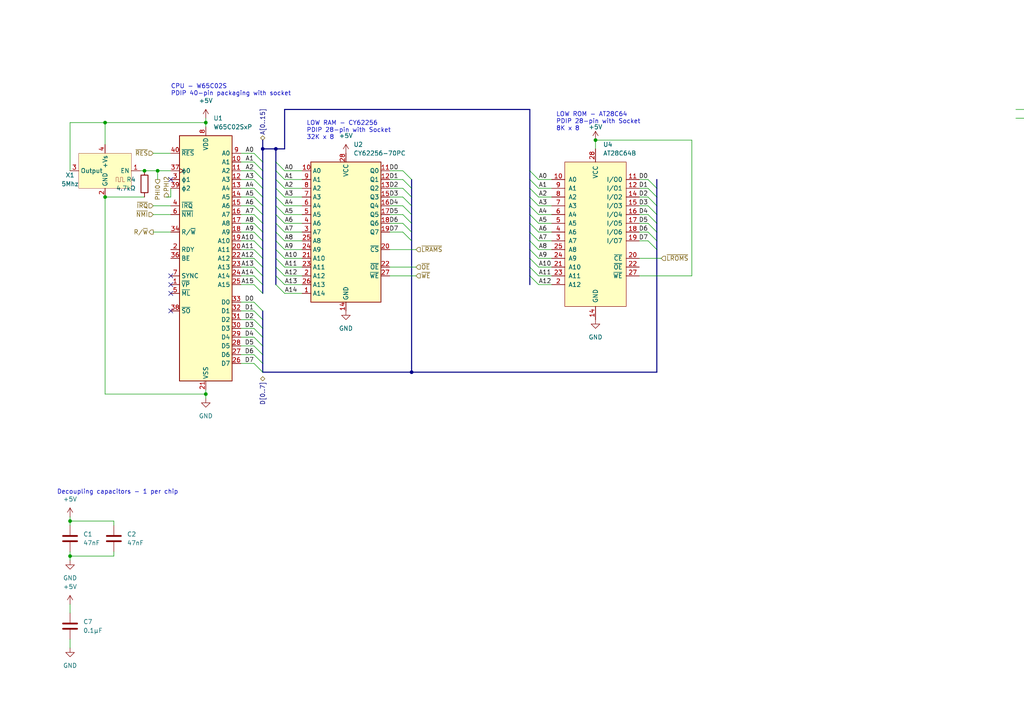
<source format=kicad_sch>
(kicad_sch (version 20230121) (generator eeschema)

  (uuid 052137ea-e6fb-4924-8cea-54b13fc66278)

  (paper "A4")

  (lib_symbols
    (symbol "Ddraig:AT28C64B" (pin_names (offset 1.016)) (in_bom yes) (on_board yes)
      (property "Reference" "U" (at -8.89 17.78 0)
        (effects (font (size 1.27 1.27)))
      )
      (property "Value" "AT28C64B" (at 6.35 17.78 0)
        (effects (font (size 1.27 1.27)))
      )
      (property "Footprint" "" (at 0 0 0)
        (effects (font (size 1.27 1.27)) hide)
      )
      (property "Datasheet" "" (at 0 0 0)
        (effects (font (size 1.27 1.27)) hide)
      )
      (property "ki_description" "EEPROM 256K 8K x 8 150 ns 4.5V-5.5V" (at 0 0 0)
        (effects (font (size 1.27 1.27)) hide)
      )
      (symbol "AT28C64B_0_1"
        (rectangle (start -8.89 16.51) (end 8.89 -25.4)
          (stroke (width 0) (type default))
          (fill (type background))
        )
      )
      (symbol "AT28C64B_1_1"
        (pin no_connect line (at 12.7 -21.59 180) (length 3.81) hide
          (name "NC" (effects (font (size 1.27 1.27))))
          (number "1" (effects (font (size 1.27 1.27))))
        )
        (pin input line (at -12.7 11.43 0) (length 3.81)
          (name "A0" (effects (font (size 1.27 1.27))))
          (number "10" (effects (font (size 1.27 1.27))))
        )
        (pin bidirectional line (at 12.7 11.43 180) (length 3.81)
          (name "I/O0" (effects (font (size 1.27 1.27))))
          (number "11" (effects (font (size 1.27 1.27))))
        )
        (pin bidirectional line (at 12.7 8.89 180) (length 3.81)
          (name "I/O1" (effects (font (size 1.27 1.27))))
          (number "12" (effects (font (size 1.27 1.27))))
        )
        (pin power_in line (at 0 -29.21 90) (length 3.81)
          (name "GND" (effects (font (size 1.27 1.27))))
          (number "14" (effects (font (size 1.27 1.27))))
        )
        (pin bidirectional line (at 12.7 6.35 180) (length 3.81)
          (name "I/O2" (effects (font (size 1.27 1.27))))
          (number "14" (effects (font (size 1.27 1.27))))
        )
        (pin bidirectional line (at 12.7 3.81 180) (length 3.81)
          (name "I/O3" (effects (font (size 1.27 1.27))))
          (number "15" (effects (font (size 1.27 1.27))))
        )
        (pin bidirectional line (at 12.7 1.27 180) (length 3.81)
          (name "I/O4" (effects (font (size 1.27 1.27))))
          (number "16" (effects (font (size 1.27 1.27))))
        )
        (pin bidirectional line (at 12.7 -1.27 180) (length 3.81)
          (name "I/O5" (effects (font (size 1.27 1.27))))
          (number "17" (effects (font (size 1.27 1.27))))
        )
        (pin bidirectional line (at 12.7 -3.81 180) (length 3.81)
          (name "I/O6" (effects (font (size 1.27 1.27))))
          (number "18" (effects (font (size 1.27 1.27))))
        )
        (pin bidirectional line (at 12.7 -6.35 180) (length 3.81)
          (name "I/O7" (effects (font (size 1.27 1.27))))
          (number "19" (effects (font (size 1.27 1.27))))
        )
        (pin input line (at -12.7 -19.05 0) (length 3.81)
          (name "A12" (effects (font (size 1.27 1.27))))
          (number "2" (effects (font (size 1.27 1.27))))
        )
        (pin input line (at 12.7 -11.43 180) (length 3.81)
          (name "~{CE}" (effects (font (size 1.27 1.27))))
          (number "20" (effects (font (size 1.27 1.27))))
        )
        (pin input line (at -12.7 -13.97 0) (length 3.81)
          (name "A10" (effects (font (size 1.27 1.27))))
          (number "21" (effects (font (size 1.27 1.27))))
        )
        (pin input line (at 12.7 -13.97 180) (length 3.81)
          (name "~{OE}" (effects (font (size 1.27 1.27))))
          (number "22" (effects (font (size 1.27 1.27))))
        )
        (pin input line (at -12.7 -16.51 0) (length 3.81)
          (name "A11" (effects (font (size 1.27 1.27))))
          (number "23" (effects (font (size 1.27 1.27))))
        )
        (pin input line (at -12.7 -11.43 0) (length 3.81)
          (name "A9" (effects (font (size 1.27 1.27))))
          (number "24" (effects (font (size 1.27 1.27))))
        )
        (pin input line (at -12.7 -8.89 0) (length 3.81)
          (name "A8" (effects (font (size 1.27 1.27))))
          (number "25" (effects (font (size 1.27 1.27))))
        )
        (pin no_connect line (at 12.7 -19.05 180) (length 3.81) hide
          (name "NC" (effects (font (size 1.27 1.27))))
          (number "26" (effects (font (size 1.27 1.27))))
        )
        (pin input line (at 12.7 -16.51 180) (length 3.81)
          (name "~{WE}" (effects (font (size 1.27 1.27))))
          (number "27" (effects (font (size 1.27 1.27))))
        )
        (pin power_in line (at 0 20.32 270) (length 3.81)
          (name "VCC" (effects (font (size 1.27 1.27))))
          (number "28" (effects (font (size 1.27 1.27))))
        )
        (pin input line (at -12.7 -6.35 0) (length 3.81)
          (name "A7" (effects (font (size 1.27 1.27))))
          (number "3" (effects (font (size 1.27 1.27))))
        )
        (pin input line (at -12.7 -3.81 0) (length 3.81)
          (name "A6" (effects (font (size 1.27 1.27))))
          (number "4" (effects (font (size 1.27 1.27))))
        )
        (pin input line (at -12.7 -1.27 0) (length 3.81)
          (name "A5" (effects (font (size 1.27 1.27))))
          (number "5" (effects (font (size 1.27 1.27))))
        )
        (pin input line (at -12.7 1.27 0) (length 3.81)
          (name "A4" (effects (font (size 1.27 1.27))))
          (number "6" (effects (font (size 1.27 1.27))))
        )
        (pin input line (at -12.7 3.81 0) (length 3.81)
          (name "A3" (effects (font (size 1.27 1.27))))
          (number "7" (effects (font (size 1.27 1.27))))
        )
        (pin input line (at -12.7 6.35 0) (length 3.81)
          (name "A2" (effects (font (size 1.27 1.27))))
          (number "8" (effects (font (size 1.27 1.27))))
        )
        (pin input line (at -12.7 8.89 0) (length 3.81)
          (name "A1" (effects (font (size 1.27 1.27))))
          (number "9" (effects (font (size 1.27 1.27))))
        )
      )
    )
    (symbol "Device:C" (pin_numbers hide) (pin_names (offset 0.254)) (in_bom yes) (on_board yes)
      (property "Reference" "C" (at 0.635 2.54 0)
        (effects (font (size 1.27 1.27)) (justify left))
      )
      (property "Value" "C" (at 0.635 -2.54 0)
        (effects (font (size 1.27 1.27)) (justify left))
      )
      (property "Footprint" "" (at 0.9652 -3.81 0)
        (effects (font (size 1.27 1.27)) hide)
      )
      (property "Datasheet" "~" (at 0 0 0)
        (effects (font (size 1.27 1.27)) hide)
      )
      (property "ki_keywords" "cap capacitor" (at 0 0 0)
        (effects (font (size 1.27 1.27)) hide)
      )
      (property "ki_description" "Unpolarized capacitor" (at 0 0 0)
        (effects (font (size 1.27 1.27)) hide)
      )
      (property "ki_fp_filters" "C_*" (at 0 0 0)
        (effects (font (size 1.27 1.27)) hide)
      )
      (symbol "C_0_1"
        (polyline
          (pts
            (xy -2.032 -0.762)
            (xy 2.032 -0.762)
          )
          (stroke (width 0.508) (type default))
          (fill (type none))
        )
        (polyline
          (pts
            (xy -2.032 0.762)
            (xy 2.032 0.762)
          )
          (stroke (width 0.508) (type default))
          (fill (type none))
        )
      )
      (symbol "C_1_1"
        (pin passive line (at 0 3.81 270) (length 2.794)
          (name "~" (effects (font (size 1.27 1.27))))
          (number "1" (effects (font (size 1.27 1.27))))
        )
        (pin passive line (at 0 -3.81 90) (length 2.794)
          (name "~" (effects (font (size 1.27 1.27))))
          (number "2" (effects (font (size 1.27 1.27))))
        )
      )
    )
    (symbol "Device:R" (pin_numbers hide) (pin_names (offset 0)) (in_bom yes) (on_board yes)
      (property "Reference" "R" (at 2.032 0 90)
        (effects (font (size 1.27 1.27)))
      )
      (property "Value" "R" (at 0 0 90)
        (effects (font (size 1.27 1.27)))
      )
      (property "Footprint" "" (at -1.778 0 90)
        (effects (font (size 1.27 1.27)) hide)
      )
      (property "Datasheet" "~" (at 0 0 0)
        (effects (font (size 1.27 1.27)) hide)
      )
      (property "ki_keywords" "R res resistor" (at 0 0 0)
        (effects (font (size 1.27 1.27)) hide)
      )
      (property "ki_description" "Resistor" (at 0 0 0)
        (effects (font (size 1.27 1.27)) hide)
      )
      (property "ki_fp_filters" "R_*" (at 0 0 0)
        (effects (font (size 1.27 1.27)) hide)
      )
      (symbol "R_0_1"
        (rectangle (start -1.016 -2.54) (end 1.016 2.54)
          (stroke (width 0.254) (type default))
          (fill (type none))
        )
      )
      (symbol "R_1_1"
        (pin passive line (at 0 3.81 270) (length 1.27)
          (name "~" (effects (font (size 1.27 1.27))))
          (number "1" (effects (font (size 1.27 1.27))))
        )
        (pin passive line (at 0 -3.81 90) (length 1.27)
          (name "~" (effects (font (size 1.27 1.27))))
          (number "2" (effects (font (size 1.27 1.27))))
        )
      )
    )
    (symbol "Memory_RAM:CY62256-70PC" (in_bom yes) (on_board yes)
      (property "Reference" "U" (at -10.16 20.955 0)
        (effects (font (size 1.27 1.27)) (justify left bottom))
      )
      (property "Value" "CY62256-70PC" (at 2.54 20.955 0)
        (effects (font (size 1.27 1.27)) (justify left bottom))
      )
      (property "Footprint" "Package_DIP:DIP-28_W15.24mm" (at 0 -2.54 0)
        (effects (font (size 1.27 1.27)) hide)
      )
      (property "Datasheet" "https://ecee.colorado.edu/~mcclurel/Cypress_SRAM_CY62256.pdf" (at 0 -2.54 0)
        (effects (font (size 1.27 1.27)) hide)
      )
      (property "ki_keywords" "RAM SRAM CMOS MEMORY" (at 0 0 0)
        (effects (font (size 1.27 1.27)) hide)
      )
      (property "ki_description" "256K (32K x 8) Static RAM, 70ns, DIP-28" (at 0 0 0)
        (effects (font (size 1.27 1.27)) hide)
      )
      (property "ki_fp_filters" "DIP*W15.24mm*" (at 0 0 0)
        (effects (font (size 1.27 1.27)) hide)
      )
      (symbol "CY62256-70PC_0_0"
        (pin power_in line (at 0 -22.86 90) (length 2.54)
          (name "GND" (effects (font (size 1.27 1.27))))
          (number "14" (effects (font (size 1.27 1.27))))
        )
        (pin power_in line (at 0 22.86 270) (length 2.54)
          (name "VCC" (effects (font (size 1.27 1.27))))
          (number "28" (effects (font (size 1.27 1.27))))
        )
      )
      (symbol "CY62256-70PC_0_1"
        (rectangle (start -10.16 20.32) (end 10.16 -20.32)
          (stroke (width 0.254) (type default))
          (fill (type background))
        )
      )
      (symbol "CY62256-70PC_1_1"
        (pin input line (at -12.7 -17.78 0) (length 2.54)
          (name "A14" (effects (font (size 1.27 1.27))))
          (number "1" (effects (font (size 1.27 1.27))))
        )
        (pin input line (at -12.7 17.78 0) (length 2.54)
          (name "A0" (effects (font (size 1.27 1.27))))
          (number "10" (effects (font (size 1.27 1.27))))
        )
        (pin tri_state line (at 12.7 17.78 180) (length 2.54)
          (name "Q0" (effects (font (size 1.27 1.27))))
          (number "11" (effects (font (size 1.27 1.27))))
        )
        (pin tri_state line (at 12.7 15.24 180) (length 2.54)
          (name "Q1" (effects (font (size 1.27 1.27))))
          (number "12" (effects (font (size 1.27 1.27))))
        )
        (pin tri_state line (at 12.7 12.7 180) (length 2.54)
          (name "Q2" (effects (font (size 1.27 1.27))))
          (number "13" (effects (font (size 1.27 1.27))))
        )
        (pin tri_state line (at 12.7 10.16 180) (length 2.54)
          (name "Q3" (effects (font (size 1.27 1.27))))
          (number "15" (effects (font (size 1.27 1.27))))
        )
        (pin tri_state line (at 12.7 7.62 180) (length 2.54)
          (name "Q4" (effects (font (size 1.27 1.27))))
          (number "16" (effects (font (size 1.27 1.27))))
        )
        (pin tri_state line (at 12.7 5.08 180) (length 2.54)
          (name "Q5" (effects (font (size 1.27 1.27))))
          (number "17" (effects (font (size 1.27 1.27))))
        )
        (pin tri_state line (at 12.7 2.54 180) (length 2.54)
          (name "Q6" (effects (font (size 1.27 1.27))))
          (number "18" (effects (font (size 1.27 1.27))))
        )
        (pin tri_state line (at 12.7 0 180) (length 2.54)
          (name "Q7" (effects (font (size 1.27 1.27))))
          (number "19" (effects (font (size 1.27 1.27))))
        )
        (pin input line (at -12.7 -12.7 0) (length 2.54)
          (name "A12" (effects (font (size 1.27 1.27))))
          (number "2" (effects (font (size 1.27 1.27))))
        )
        (pin input line (at 12.7 -5.08 180) (length 2.54)
          (name "~{CS}" (effects (font (size 1.27 1.27))))
          (number "20" (effects (font (size 1.27 1.27))))
        )
        (pin input line (at -12.7 -7.62 0) (length 2.54)
          (name "A10" (effects (font (size 1.27 1.27))))
          (number "21" (effects (font (size 1.27 1.27))))
        )
        (pin input line (at 12.7 -10.16 180) (length 2.54)
          (name "~{OE}" (effects (font (size 1.27 1.27))))
          (number "22" (effects (font (size 1.27 1.27))))
        )
        (pin input line (at -12.7 -10.16 0) (length 2.54)
          (name "A11" (effects (font (size 1.27 1.27))))
          (number "23" (effects (font (size 1.27 1.27))))
        )
        (pin input line (at -12.7 -5.08 0) (length 2.54)
          (name "A9" (effects (font (size 1.27 1.27))))
          (number "24" (effects (font (size 1.27 1.27))))
        )
        (pin input line (at -12.7 -2.54 0) (length 2.54)
          (name "A8" (effects (font (size 1.27 1.27))))
          (number "25" (effects (font (size 1.27 1.27))))
        )
        (pin input line (at -12.7 -15.24 0) (length 2.54)
          (name "A13" (effects (font (size 1.27 1.27))))
          (number "26" (effects (font (size 1.27 1.27))))
        )
        (pin input line (at 12.7 -12.7 180) (length 2.54)
          (name "~{WE}" (effects (font (size 1.27 1.27))))
          (number "27" (effects (font (size 1.27 1.27))))
        )
        (pin input line (at -12.7 0 0) (length 2.54)
          (name "A7" (effects (font (size 1.27 1.27))))
          (number "3" (effects (font (size 1.27 1.27))))
        )
        (pin input line (at -12.7 2.54 0) (length 2.54)
          (name "A6" (effects (font (size 1.27 1.27))))
          (number "4" (effects (font (size 1.27 1.27))))
        )
        (pin input line (at -12.7 5.08 0) (length 2.54)
          (name "A5" (effects (font (size 1.27 1.27))))
          (number "5" (effects (font (size 1.27 1.27))))
        )
        (pin input line (at -12.7 7.62 0) (length 2.54)
          (name "A4" (effects (font (size 1.27 1.27))))
          (number "6" (effects (font (size 1.27 1.27))))
        )
        (pin input line (at -12.7 10.16 0) (length 2.54)
          (name "A3" (effects (font (size 1.27 1.27))))
          (number "7" (effects (font (size 1.27 1.27))))
        )
        (pin input line (at -12.7 12.7 0) (length 2.54)
          (name "A2" (effects (font (size 1.27 1.27))))
          (number "8" (effects (font (size 1.27 1.27))))
        )
        (pin input line (at -12.7 15.24 0) (length 2.54)
          (name "A1" (effects (font (size 1.27 1.27))))
          (number "9" (effects (font (size 1.27 1.27))))
        )
      )
    )
    (symbol "Oscillator:CFPS-72" (in_bom yes) (on_board yes)
      (property "Reference" "X" (at -6.35 6.35 0)
        (effects (font (size 1.27 1.27)))
      )
      (property "Value" "CFPS-72" (at 6.35 6.35 0)
        (effects (font (size 1.27 1.27)))
      )
      (property "Footprint" "Oscillator:Oscillator_SMD_IQD_IQXO70-4Pin_7.5x5.0mm" (at 2.54 0 0)
        (effects (font (size 1.27 1.27)) hide)
      )
      (property "Datasheet" "https://www.iqdfrequencyproducts.com/products/details/cfps-72-14-01.pdf" (at 2.54 0 0)
        (effects (font (size 1.27 1.27)) hide)
      )
      (property "ki_keywords" "XO" (at 0 0 0)
        (effects (font (size 1.27 1.27)) hide)
      )
      (property "ki_description" "500kHz-100MHz 5V Crystal Oscillator, IQD CFPS-72" (at 0 0 0)
        (effects (font (size 1.27 1.27)) hide)
      )
      (property "ki_fp_filters" "Oscillator*SMD*IQD*IQXO70*7.5x5.0mm*" (at 0 0 0)
        (effects (font (size 1.27 1.27)) hide)
      )
      (symbol "CFPS-72_0_1"
        (rectangle (start -7.62 5.08) (end 7.62 -5.08)
          (stroke (width 0.001) (type default))
          (fill (type background))
        )
        (polyline
          (pts
            (xy -5.715 -3.175)
            (xy -5.08 -3.175)
            (xy -5.08 -1.905)
            (xy -4.445 -1.905)
            (xy -4.445 -3.175)
            (xy -3.81 -3.175)
            (xy -3.81 -1.905)
            (xy -3.175 -1.905)
            (xy -3.175 -3.175)
          )
          (stroke (width 0.0005) (type default))
          (fill (type none))
        )
      )
      (symbol "CFPS-72_1_1"
        (pin input line (at -10.16 0 0) (length 2.54)
          (name "EN" (effects (font (size 1.27 1.27))))
          (number "1" (effects (font (size 1.27 1.27))))
        )
        (pin power_in line (at 0 -7.62 90) (length 2.54)
          (name "GND" (effects (font (size 1.27 1.27))))
          (number "2" (effects (font (size 1.27 1.27))))
        )
        (pin output line (at 10.16 0 180) (length 2.54)
          (name "Output" (effects (font (size 1.27 1.27))))
          (number "3" (effects (font (size 1.27 1.27))))
        )
        (pin power_in line (at 0 7.62 270) (length 2.54)
          (name "+Vs" (effects (font (size 1.27 1.27))))
          (number "4" (effects (font (size 1.27 1.27))))
        )
      )
    )
    (symbol "PCM_65xx-library:W65C02SxP" (in_bom yes) (on_board yes)
      (property "Reference" "U" (at 2.54 40.64 0)
        (effects (font (size 1.27 1.27)) (justify left))
      )
      (property "Value" "W65C02SxP" (at 2.54 38.1 0)
        (effects (font (size 1.27 1.27)) (justify left))
      )
      (property "Footprint" "Package_DIP:DIP-40_W15.24mm" (at 0 50.8 0)
        (effects (font (size 1.27 1.27)) hide)
      )
      (property "Datasheet" "http://www.westerndesigncenter.com/wdc/documentation/w65c02s.pdf" (at 0 48.26 0)
        (effects (font (size 1.27 1.27)) hide)
      )
      (property "ki_keywords" "6502 65C02 CPU uP" (at 0 0 0)
        (effects (font (size 1.27 1.27)) hide)
      )
      (property "ki_description" "8-bit CMOS General Purpose Microprocessor, DIP-40" (at 0 0 0)
        (effects (font (size 1.27 1.27)) hide)
      )
      (property "ki_fp_filters" "DIP*W15.24mm*" (at 0 0 0)
        (effects (font (size 1.27 1.27)) hide)
      )
      (symbol "W65C02SxP_0_1"
        (rectangle (start -7.62 35.56) (end 7.62 -35.56)
          (stroke (width 0.254) (type default))
          (fill (type background))
        )
      )
      (symbol "W65C02SxP_1_1"
        (pin output line (at -10.16 -7.62 0) (length 2.54)
          (name "~{VP}" (effects (font (size 1.27 1.27))))
          (number "1" (effects (font (size 1.27 1.27))))
        )
        (pin tri_state line (at 10.16 27.94 180) (length 2.54)
          (name "A1" (effects (font (size 1.27 1.27))))
          (number "10" (effects (font (size 1.27 1.27))))
        )
        (pin tri_state line (at 10.16 25.4 180) (length 2.54)
          (name "A2" (effects (font (size 1.27 1.27))))
          (number "11" (effects (font (size 1.27 1.27))))
        )
        (pin tri_state line (at 10.16 22.86 180) (length 2.54)
          (name "A3" (effects (font (size 1.27 1.27))))
          (number "12" (effects (font (size 1.27 1.27))))
        )
        (pin tri_state line (at 10.16 20.32 180) (length 2.54)
          (name "A4" (effects (font (size 1.27 1.27))))
          (number "13" (effects (font (size 1.27 1.27))))
        )
        (pin tri_state line (at 10.16 17.78 180) (length 2.54)
          (name "A5" (effects (font (size 1.27 1.27))))
          (number "14" (effects (font (size 1.27 1.27))))
        )
        (pin tri_state line (at 10.16 15.24 180) (length 2.54)
          (name "A6" (effects (font (size 1.27 1.27))))
          (number "15" (effects (font (size 1.27 1.27))))
        )
        (pin tri_state line (at 10.16 12.7 180) (length 2.54)
          (name "A7" (effects (font (size 1.27 1.27))))
          (number "16" (effects (font (size 1.27 1.27))))
        )
        (pin tri_state line (at 10.16 10.16 180) (length 2.54)
          (name "A8" (effects (font (size 1.27 1.27))))
          (number "17" (effects (font (size 1.27 1.27))))
        )
        (pin tri_state line (at 10.16 7.62 180) (length 2.54)
          (name "A9" (effects (font (size 1.27 1.27))))
          (number "18" (effects (font (size 1.27 1.27))))
        )
        (pin tri_state line (at 10.16 5.08 180) (length 2.54)
          (name "A10" (effects (font (size 1.27 1.27))))
          (number "19" (effects (font (size 1.27 1.27))))
        )
        (pin open_collector line (at -10.16 2.54 0) (length 2.54)
          (name "RDY" (effects (font (size 1.27 1.27))))
          (number "2" (effects (font (size 1.27 1.27))))
        )
        (pin tri_state line (at 10.16 2.54 180) (length 2.54)
          (name "A11" (effects (font (size 1.27 1.27))))
          (number "20" (effects (font (size 1.27 1.27))))
        )
        (pin power_in line (at 0 -38.1 90) (length 2.54)
          (name "VSS" (effects (font (size 1.27 1.27))))
          (number "21" (effects (font (size 1.27 1.27))))
        )
        (pin tri_state line (at 10.16 0 180) (length 2.54)
          (name "A12" (effects (font (size 1.27 1.27))))
          (number "22" (effects (font (size 1.27 1.27))))
        )
        (pin tri_state line (at 10.16 -2.54 180) (length 2.54)
          (name "A13" (effects (font (size 1.27 1.27))))
          (number "23" (effects (font (size 1.27 1.27))))
        )
        (pin tri_state line (at 10.16 -5.08 180) (length 2.54)
          (name "A14" (effects (font (size 1.27 1.27))))
          (number "24" (effects (font (size 1.27 1.27))))
        )
        (pin tri_state line (at 10.16 -7.62 180) (length 2.54)
          (name "A15" (effects (font (size 1.27 1.27))))
          (number "25" (effects (font (size 1.27 1.27))))
        )
        (pin bidirectional line (at 10.16 -30.48 180) (length 2.54)
          (name "D7" (effects (font (size 1.27 1.27))))
          (number "26" (effects (font (size 1.27 1.27))))
        )
        (pin bidirectional line (at 10.16 -27.94 180) (length 2.54)
          (name "D6" (effects (font (size 1.27 1.27))))
          (number "27" (effects (font (size 1.27 1.27))))
        )
        (pin bidirectional line (at 10.16 -25.4 180) (length 2.54)
          (name "D5" (effects (font (size 1.27 1.27))))
          (number "28" (effects (font (size 1.27 1.27))))
        )
        (pin bidirectional line (at 10.16 -22.86 180) (length 2.54)
          (name "D4" (effects (font (size 1.27 1.27))))
          (number "29" (effects (font (size 1.27 1.27))))
        )
        (pin output line (at -10.16 22.86 0) (length 2.54)
          (name "ϕ1" (effects (font (size 1.27 1.27))))
          (number "3" (effects (font (size 1.27 1.27))))
        )
        (pin bidirectional line (at 10.16 -20.32 180) (length 2.54)
          (name "D3" (effects (font (size 1.27 1.27))))
          (number "30" (effects (font (size 1.27 1.27))))
        )
        (pin bidirectional line (at 10.16 -17.78 180) (length 2.54)
          (name "D2" (effects (font (size 1.27 1.27))))
          (number "31" (effects (font (size 1.27 1.27))))
        )
        (pin bidirectional line (at 10.16 -15.24 180) (length 2.54)
          (name "D1" (effects (font (size 1.27 1.27))))
          (number "32" (effects (font (size 1.27 1.27))))
        )
        (pin bidirectional line (at 10.16 -12.7 180) (length 2.54)
          (name "D0" (effects (font (size 1.27 1.27))))
          (number "33" (effects (font (size 1.27 1.27))))
        )
        (pin tri_state line (at -10.16 7.62 0) (length 2.54)
          (name "R/~{W}" (effects (font (size 1.27 1.27))))
          (number "34" (effects (font (size 1.27 1.27))))
        )
        (pin no_connect non_logic (at -7.62 -30.48 0) (length 2.54) hide
          (name "nc" (effects (font (size 1.27 1.27))))
          (number "35" (effects (font (size 1.27 1.27))))
        )
        (pin input line (at -10.16 0 0) (length 2.54)
          (name "BE" (effects (font (size 1.27 1.27))))
          (number "36" (effects (font (size 1.27 1.27))))
        )
        (pin input clock (at -10.16 25.4 0) (length 2.54)
          (name "ϕ0" (effects (font (size 1.27 1.27))))
          (number "37" (effects (font (size 1.27 1.27))))
        )
        (pin input line (at -10.16 -15.24 0) (length 2.54)
          (name "~{SO}" (effects (font (size 1.27 1.27))))
          (number "38" (effects (font (size 1.27 1.27))))
        )
        (pin output line (at -10.16 20.32 0) (length 2.54)
          (name "ϕ2" (effects (font (size 1.27 1.27))))
          (number "39" (effects (font (size 1.27 1.27))))
        )
        (pin input line (at -10.16 15.24 0) (length 2.54)
          (name "~{IRQ}" (effects (font (size 1.27 1.27))))
          (number "4" (effects (font (size 1.27 1.27))))
        )
        (pin input line (at -10.16 30.48 0) (length 2.54)
          (name "~{RES}" (effects (font (size 1.27 1.27))))
          (number "40" (effects (font (size 1.27 1.27))))
        )
        (pin output line (at -10.16 -10.16 0) (length 2.54)
          (name "~{ML}" (effects (font (size 1.27 1.27))))
          (number "5" (effects (font (size 1.27 1.27))))
        )
        (pin input line (at -10.16 12.7 0) (length 2.54)
          (name "~{NMI}" (effects (font (size 1.27 1.27))))
          (number "6" (effects (font (size 1.27 1.27))))
        )
        (pin output line (at -10.16 -5.08 0) (length 2.54)
          (name "SYNC" (effects (font (size 1.27 1.27))))
          (number "7" (effects (font (size 1.27 1.27))))
        )
        (pin power_in line (at 0 38.1 270) (length 2.54)
          (name "VDD" (effects (font (size 1.27 1.27))))
          (number "8" (effects (font (size 1.27 1.27))))
        )
        (pin tri_state line (at 10.16 30.48 180) (length 2.54)
          (name "A0" (effects (font (size 1.27 1.27))))
          (number "9" (effects (font (size 1.27 1.27))))
        )
      )
    )
    (symbol "power:+5V" (power) (pin_names (offset 0)) (in_bom yes) (on_board yes)
      (property "Reference" "#PWR" (at 0 -3.81 0)
        (effects (font (size 1.27 1.27)) hide)
      )
      (property "Value" "+5V" (at 0 3.556 0)
        (effects (font (size 1.27 1.27)))
      )
      (property "Footprint" "" (at 0 0 0)
        (effects (font (size 1.27 1.27)) hide)
      )
      (property "Datasheet" "" (at 0 0 0)
        (effects (font (size 1.27 1.27)) hide)
      )
      (property "ki_keywords" "global power" (at 0 0 0)
        (effects (font (size 1.27 1.27)) hide)
      )
      (property "ki_description" "Power symbol creates a global label with name \"+5V\"" (at 0 0 0)
        (effects (font (size 1.27 1.27)) hide)
      )
      (symbol "+5V_0_1"
        (polyline
          (pts
            (xy -0.762 1.27)
            (xy 0 2.54)
          )
          (stroke (width 0) (type default))
          (fill (type none))
        )
        (polyline
          (pts
            (xy 0 0)
            (xy 0 2.54)
          )
          (stroke (width 0) (type default))
          (fill (type none))
        )
        (polyline
          (pts
            (xy 0 2.54)
            (xy 0.762 1.27)
          )
          (stroke (width 0) (type default))
          (fill (type none))
        )
      )
      (symbol "+5V_1_1"
        (pin power_in line (at 0 0 90) (length 0) hide
          (name "+5V" (effects (font (size 1.27 1.27))))
          (number "1" (effects (font (size 1.27 1.27))))
        )
      )
    )
    (symbol "power:GND" (power) (pin_names (offset 0)) (in_bom yes) (on_board yes)
      (property "Reference" "#PWR" (at 0 -6.35 0)
        (effects (font (size 1.27 1.27)) hide)
      )
      (property "Value" "GND" (at 0 -3.81 0)
        (effects (font (size 1.27 1.27)))
      )
      (property "Footprint" "" (at 0 0 0)
        (effects (font (size 1.27 1.27)) hide)
      )
      (property "Datasheet" "" (at 0 0 0)
        (effects (font (size 1.27 1.27)) hide)
      )
      (property "ki_keywords" "global power" (at 0 0 0)
        (effects (font (size 1.27 1.27)) hide)
      )
      (property "ki_description" "Power symbol creates a global label with name \"GND\" , ground" (at 0 0 0)
        (effects (font (size 1.27 1.27)) hide)
      )
      (symbol "GND_0_1"
        (polyline
          (pts
            (xy 0 0)
            (xy 0 -1.27)
            (xy 1.27 -1.27)
            (xy 0 -2.54)
            (xy -1.27 -1.27)
            (xy 0 -1.27)
          )
          (stroke (width 0) (type default))
          (fill (type none))
        )
      )
      (symbol "GND_1_1"
        (pin power_in line (at 0 0 270) (length 0) hide
          (name "GND" (effects (font (size 1.27 1.27))))
          (number "1" (effects (font (size 1.27 1.27))))
        )
      )
    )
  )

  (junction (at 30.48 35.56) (diameter 0) (color 0 0 0 0)
    (uuid 02ea3899-255a-4201-acb7-118bca31b79e)
  )
  (junction (at 80.01 43.18) (diameter 0) (color 0 0 0 0)
    (uuid 106535f0-d3d8-49d9-bc0f-f83aa382f629)
  )
  (junction (at 172.72 40.64) (diameter 0) (color 0 0 0 0)
    (uuid 123e24fa-5d4b-4487-9582-faef1c62350c)
  )
  (junction (at 20.32 161.29) (diameter 0) (color 0 0 0 0)
    (uuid 5898e456-7a7d-4175-9299-8e53b24e1427)
  )
  (junction (at 119.38 107.95) (diameter 0) (color 0 0 0 0)
    (uuid 598390de-4806-450a-a89d-264bc2ac990a)
  )
  (junction (at 59.69 114.3) (diameter 0) (color 0 0 0 0)
    (uuid 6b6a6f0b-0d35-4e3f-8e82-747118432073)
  )
  (junction (at 30.48 57.15) (diameter 0) (color 0 0 0 0)
    (uuid 6d404a87-e563-4753-bb5b-3230e2ebae15)
  )
  (junction (at 20.32 151.13) (diameter 0) (color 0 0 0 0)
    (uuid abfe48ed-a102-4b73-91c0-2608fbaccd19)
  )
  (junction (at 59.69 35.56) (diameter 0) (color 0 0 0 0)
    (uuid d34bb743-d6d5-4405-90c4-0f8ac8cca470)
  )
  (junction (at 45.72 49.53) (diameter 0) (color 0 0 0 0)
    (uuid d6362b98-a5cd-4eab-9ca4-b28cc106f24d)
  )
  (junction (at 41.91 49.53) (diameter 0) (color 0 0 0 0)
    (uuid e43fd67e-b923-4c1d-a968-e8e8b5a7de73)
  )
  (junction (at 76.2 43.18) (diameter 0) (color 0 0 0 0)
    (uuid f4253869-c3da-4ba3-aa23-7d3abdb82428)
  )

  (no_connect (at 49.53 82.55) (uuid 13874e55-bc94-4897-9a24-1db543be5ca5))
  (no_connect (at 49.53 85.09) (uuid 76eef7df-775c-4b4c-a99b-975a3318d660))
  (no_connect (at 49.53 80.01) (uuid 874a2c97-a76c-40b5-805e-0a320e4284ca))
  (no_connect (at 49.53 52.07) (uuid d7c66ef2-bc84-409d-bb52-960464ee1a3f))
  (no_connect (at 49.53 90.17) (uuid e5b3123a-aee4-457d-8a90-2f9e6fc1031a))

  (bus_entry (at 153.67 54.61) (size 2.54 2.54)
    (stroke (width 0) (type default))
    (uuid 07d7d7c7-48b6-4b0d-af16-54a5ec42cedc)
  )
  (bus_entry (at 80.01 62.23) (size 2.54 2.54)
    (stroke (width 0) (type default))
    (uuid 0f23ee44-3af4-403b-996d-73911204e23b)
  )
  (bus_entry (at 153.67 57.15) (size 2.54 2.54)
    (stroke (width 0) (type default))
    (uuid 1041902c-4c8c-48fa-ae06-94206b5d4116)
  )
  (bus_entry (at 73.66 49.53) (size 2.54 2.54)
    (stroke (width 0) (type default))
    (uuid 114c7f78-43c1-4dd6-8a4b-08621eb71c56)
  )
  (bus_entry (at 73.66 82.55) (size 2.54 2.54)
    (stroke (width 0) (type default))
    (uuid 15e8f2f2-4f3c-4a4e-9b8f-329dbf894daf)
  )
  (bus_entry (at 73.66 87.63) (size 2.54 2.54)
    (stroke (width 0) (type default))
    (uuid 179db865-c11a-40ae-ad8d-9b8d87595e60)
  )
  (bus_entry (at 190.5 64.77) (size -2.54 -2.54)
    (stroke (width 0) (type default))
    (uuid 18a58aad-01b3-4349-973c-6e4b8db0c1ab)
  )
  (bus_entry (at 190.5 69.85) (size -2.54 -2.54)
    (stroke (width 0) (type default))
    (uuid 18ef6edc-edbb-444a-9d90-b1516eb53edc)
  )
  (bus_entry (at 73.66 74.93) (size 2.54 2.54)
    (stroke (width 0) (type default))
    (uuid 1c5dbf87-f736-47f0-8c84-06b97957ad41)
  )
  (bus_entry (at 80.01 77.47) (size 2.54 2.54)
    (stroke (width 0) (type default))
    (uuid 1c849660-70f2-408b-a01f-1ed75dedc9dc)
  )
  (bus_entry (at 80.01 80.01) (size 2.54 2.54)
    (stroke (width 0) (type default))
    (uuid 1db62cf4-f18e-40cd-8921-86313b3ced06)
  )
  (bus_entry (at 190.5 62.23) (size -2.54 -2.54)
    (stroke (width 0) (type default))
    (uuid 297715da-8e82-4413-ba57-4388755acc16)
  )
  (bus_entry (at 80.01 54.61) (size 2.54 2.54)
    (stroke (width 0) (type default))
    (uuid 29e1a7c2-6ead-41a4-9b7c-24c919c74289)
  )
  (bus_entry (at 153.67 77.47) (size 2.54 2.54)
    (stroke (width 0) (type default))
    (uuid 2d234b86-4982-489f-9207-aff95b7f2117)
  )
  (bus_entry (at 153.67 59.69) (size 2.54 2.54)
    (stroke (width 0) (type default))
    (uuid 2e93e3c8-48fa-4ca7-9e0f-7793a88d5a1d)
  )
  (bus_entry (at 80.01 69.85) (size 2.54 2.54)
    (stroke (width 0) (type default))
    (uuid 365ac2f5-3604-40ed-8870-bcb264ba29a3)
  )
  (bus_entry (at 73.66 100.33) (size 2.54 2.54)
    (stroke (width 0) (type default))
    (uuid 38849e01-6815-4198-be6c-068ce2217ae0)
  )
  (bus_entry (at 119.38 59.69) (size -2.54 -2.54)
    (stroke (width 0) (type default))
    (uuid 3cc9844f-8cbf-499a-ab27-80e929a4b16a)
  )
  (bus_entry (at 73.66 72.39) (size 2.54 2.54)
    (stroke (width 0) (type default))
    (uuid 3e0b6bf1-04a4-4d05-b29b-d18c70ab7188)
  )
  (bus_entry (at 73.66 54.61) (size 2.54 2.54)
    (stroke (width 0) (type default))
    (uuid 40de75e4-fe51-4a0d-ba0d-f220a35a7c5f)
  )
  (bus_entry (at 190.5 59.69) (size -2.54 -2.54)
    (stroke (width 0) (type default))
    (uuid 4591e69a-4b28-4174-8f80-90fe16608310)
  )
  (bus_entry (at 73.66 62.23) (size 2.54 2.54)
    (stroke (width 0) (type default))
    (uuid 465ca0a4-94c1-41b9-a1bf-1bcf120681b5)
  )
  (bus_entry (at 119.38 69.85) (size -2.54 -2.54)
    (stroke (width 0) (type default))
    (uuid 472670c8-2283-4885-b812-c678c7757698)
  )
  (bus_entry (at 73.66 80.01) (size 2.54 2.54)
    (stroke (width 0) (type default))
    (uuid 48b4ab9d-826d-4eb9-a498-5219dd6e859e)
  )
  (bus_entry (at 190.5 57.15) (size -2.54 -2.54)
    (stroke (width 0) (type default))
    (uuid 48bcaf6f-3bc7-40e1-b7c2-28bb1a3aed4b)
  )
  (bus_entry (at 73.66 95.25) (size 2.54 2.54)
    (stroke (width 0) (type default))
    (uuid 5337a552-1dd8-4c34-8a6f-a9764fab2159)
  )
  (bus_entry (at 153.67 67.31) (size 2.54 2.54)
    (stroke (width 0) (type default))
    (uuid 56ce2c93-b236-4b1a-b10f-9338b3c42050)
  )
  (bus_entry (at 190.5 72.39) (size -2.54 -2.54)
    (stroke (width 0) (type default))
    (uuid 5888b5cf-3ab7-4319-86e9-614cc62fd0e2)
  )
  (bus_entry (at 119.38 57.15) (size -2.54 -2.54)
    (stroke (width 0) (type default))
    (uuid 5897d6f9-db45-465c-bc17-ec01c386309d)
  )
  (bus_entry (at 153.67 72.39) (size 2.54 2.54)
    (stroke (width 0) (type default))
    (uuid 5eaa9b4b-9402-4439-88e3-bea0b84b4198)
  )
  (bus_entry (at 73.66 52.07) (size 2.54 2.54)
    (stroke (width 0) (type default))
    (uuid 660ef6a6-9db6-4a56-a48b-c85975a373e9)
  )
  (bus_entry (at 73.66 57.15) (size 2.54 2.54)
    (stroke (width 0) (type default))
    (uuid 6622c8c2-1e05-48d1-a8d5-489396a5b77c)
  )
  (bus_entry (at 119.38 54.61) (size -2.54 -2.54)
    (stroke (width 0) (type default))
    (uuid 6a79b1d0-5655-4d5b-8e69-f787845d84d9)
  )
  (bus_entry (at 73.66 102.87) (size 2.54 2.54)
    (stroke (width 0) (type default))
    (uuid 6e394ca7-5e98-4e4a-bad2-c4ad49a2890b)
  )
  (bus_entry (at 80.01 72.39) (size 2.54 2.54)
    (stroke (width 0) (type default))
    (uuid 6f4020e5-8479-4fd9-b526-9a5efd5ca4e9)
  )
  (bus_entry (at 73.66 69.85) (size 2.54 2.54)
    (stroke (width 0) (type default))
    (uuid 7689fc23-5447-4034-8333-3021cec4d630)
  )
  (bus_entry (at 73.66 92.71) (size 2.54 2.54)
    (stroke (width 0) (type default))
    (uuid 8151f723-7d9e-40c8-bbaa-a545f006b82f)
  )
  (bus_entry (at 73.66 64.77) (size 2.54 2.54)
    (stroke (width 0) (type default))
    (uuid 81ff8e2e-e006-43d8-ba0d-714b98a8663d)
  )
  (bus_entry (at 119.38 67.31) (size -2.54 -2.54)
    (stroke (width 0) (type default))
    (uuid 8ded7f7e-0f67-4aa4-8a0e-98f1859cb9d2)
  )
  (bus_entry (at 73.66 67.31) (size 2.54 2.54)
    (stroke (width 0) (type default))
    (uuid 93fb948b-9192-4dc8-b89d-9a08394f60fa)
  )
  (bus_entry (at 80.01 64.77) (size 2.54 2.54)
    (stroke (width 0) (type default))
    (uuid 96b614d7-308a-47e0-9bdb-0844518269e6)
  )
  (bus_entry (at 119.38 64.77) (size -2.54 -2.54)
    (stroke (width 0) (type default))
    (uuid 9b95f4dd-a69a-402f-bb91-a3e21a78cf24)
  )
  (bus_entry (at 80.01 74.93) (size 2.54 2.54)
    (stroke (width 0) (type default))
    (uuid a4dd2293-0d9f-4d9c-936b-d8436d0c4972)
  )
  (bus_entry (at 153.67 62.23) (size 2.54 2.54)
    (stroke (width 0) (type default))
    (uuid a9b18637-589f-42ae-87d5-5fb33b7d0acf)
  )
  (bus_entry (at 80.01 52.07) (size 2.54 2.54)
    (stroke (width 0) (type default))
    (uuid aee8f5a6-52ed-4841-adb4-b910c68e7f0d)
  )
  (bus_entry (at 73.66 90.17) (size 2.54 2.54)
    (stroke (width 0) (type default))
    (uuid af404dfb-399e-4d20-a048-0bb10a8918ed)
  )
  (bus_entry (at 190.5 67.31) (size -2.54 -2.54)
    (stroke (width 0) (type default))
    (uuid affc8b64-6ab2-4060-a5d3-405b80f6f4a7)
  )
  (bus_entry (at 190.5 54.61) (size -2.54 -2.54)
    (stroke (width 0) (type default))
    (uuid b2e05a38-7a68-4e58-aee2-14633d933e2d)
  )
  (bus_entry (at 80.01 82.55) (size 2.54 2.54)
    (stroke (width 0) (type default))
    (uuid b490184e-be14-417f-a2cf-7a8ab405454a)
  )
  (bus_entry (at 153.67 64.77) (size 2.54 2.54)
    (stroke (width 0) (type default))
    (uuid ba5288ed-8aad-44ef-ae99-cfc3aa693cb0)
  )
  (bus_entry (at 73.66 105.41) (size 2.54 2.54)
    (stroke (width 0) (type default))
    (uuid bdd392d1-2abb-4780-8d15-aef03b199ee5)
  )
  (bus_entry (at 73.66 46.99) (size 2.54 2.54)
    (stroke (width 0) (type default))
    (uuid c409783f-ca1b-422b-b951-85b038aa4b9b)
  )
  (bus_entry (at 80.01 59.69) (size 2.54 2.54)
    (stroke (width 0) (type default))
    (uuid c6c3eb13-359c-46fc-a8ce-c845cbe2d06c)
  )
  (bus_entry (at 73.66 44.45) (size 2.54 2.54)
    (stroke (width 0) (type default))
    (uuid c97f75f0-e3af-4e54-99c0-568d43ada62c)
  )
  (bus_entry (at 153.67 52.07) (size 2.54 2.54)
    (stroke (width 0) (type default))
    (uuid cbfdc138-5854-4b47-ad68-daf68222d51c)
  )
  (bus_entry (at 153.67 69.85) (size 2.54 2.54)
    (stroke (width 0) (type default))
    (uuid cdd7fea1-fff9-4389-a6cd-a928041227ba)
  )
  (bus_entry (at 73.66 97.79) (size 2.54 2.54)
    (stroke (width 0) (type default))
    (uuid d870f29a-4dde-479e-bde8-d94c0a56253b)
  )
  (bus_entry (at 80.01 67.31) (size 2.54 2.54)
    (stroke (width 0) (type default))
    (uuid daf96761-d884-4caf-adbd-ca7f75f6863d)
  )
  (bus_entry (at 80.01 49.53) (size 2.54 2.54)
    (stroke (width 0) (type default))
    (uuid dafaa59d-cf01-4801-8a09-434bc89f41ed)
  )
  (bus_entry (at 119.38 52.07) (size -2.54 -2.54)
    (stroke (width 0) (type default))
    (uuid e39efc95-8f4d-4cd9-a258-7f89f9c119b3)
  )
  (bus_entry (at 119.38 62.23) (size -2.54 -2.54)
    (stroke (width 0) (type default))
    (uuid e3db4a33-f09a-44f1-a0a2-2cca998f9ade)
  )
  (bus_entry (at 80.01 57.15) (size 2.54 2.54)
    (stroke (width 0) (type default))
    (uuid e51c4fb1-a9e7-4aed-bd72-4d5d9ec4be49)
  )
  (bus_entry (at 153.67 49.53) (size 2.54 2.54)
    (stroke (width 0) (type default))
    (uuid ec2429e7-b9b7-4c4b-a9b2-5083b8a7c44f)
  )
  (bus_entry (at 153.67 74.93) (size 2.54 2.54)
    (stroke (width 0) (type default))
    (uuid f2ad2406-1415-4334-8d69-a3130c87ede9)
  )
  (bus_entry (at 153.67 80.01) (size 2.54 2.54)
    (stroke (width 0) (type default))
    (uuid f7a5e81a-6405-4d83-8878-2424b4c9c9ae)
  )
  (bus_entry (at 73.66 59.69) (size 2.54 2.54)
    (stroke (width 0) (type default))
    (uuid f8113fb0-7f97-4517-89ca-a250d3d735bd)
  )
  (bus_entry (at 80.01 46.99) (size 2.54 2.54)
    (stroke (width 0) (type default))
    (uuid fa989d11-cf80-42cb-9b20-809fe5e75a05)
  )
  (bus_entry (at 73.66 77.47) (size 2.54 2.54)
    (stroke (width 0) (type default))
    (uuid fd1435fa-9cf2-4009-a929-b55f7fef0d84)
  )

  (wire (pts (xy 69.85 64.77) (xy 73.66 64.77))
    (stroke (width 0) (type default))
    (uuid 00cf8330-d9f3-4d69-bad3-9d6f9527a0e6)
  )
  (wire (pts (xy 82.55 64.77) (xy 87.63 64.77))
    (stroke (width 0) (type default))
    (uuid 01208a38-6955-4e0d-9239-1bfc8d370e01)
  )
  (wire (pts (xy 69.85 102.87) (xy 73.66 102.87))
    (stroke (width 0) (type default))
    (uuid 01aabff7-e9fe-4e87-8257-ed1ac060ce19)
  )
  (wire (pts (xy 69.85 77.47) (xy 73.66 77.47))
    (stroke (width 0) (type default))
    (uuid 01ce0670-03c5-4c2c-aa7a-fce94dd1b63d)
  )
  (wire (pts (xy 30.48 114.3) (xy 30.48 57.15))
    (stroke (width 0) (type default))
    (uuid 028aa378-6852-467e-8060-f02ffda10e7b)
  )
  (bus (pts (xy 190.5 64.77) (xy 190.5 67.31))
    (stroke (width 0) (type default))
    (uuid 08c6da97-ad72-47ef-a6f1-03527fd727ea)
  )

  (wire (pts (xy 69.85 82.55) (xy 73.66 82.55))
    (stroke (width 0) (type default))
    (uuid 0cb01e2a-6c2f-469d-9514-9b23d5f3c797)
  )
  (bus (pts (xy 76.2 95.25) (xy 76.2 97.79))
    (stroke (width 0) (type default))
    (uuid 0f4493e4-4f5e-4fae-9a1c-21fbd7c3af1e)
  )

  (wire (pts (xy 69.85 46.99) (xy 73.66 46.99))
    (stroke (width 0) (type default))
    (uuid 12d9a0cf-afa0-4bcc-a0c4-e4ecb4c52ab6)
  )
  (wire (pts (xy 156.21 64.77) (xy 160.02 64.77))
    (stroke (width 0) (type default))
    (uuid 13d92f50-73d1-4a26-ad09-bc44c61be29b)
  )
  (bus (pts (xy 76.2 74.93) (xy 76.2 77.47))
    (stroke (width 0) (type default))
    (uuid 147a6052-7334-4b2c-a13a-8f4293847556)
  )
  (bus (pts (xy 153.67 69.85) (xy 153.67 72.39))
    (stroke (width 0) (type default))
    (uuid 15392b9f-cfe0-45ab-86b7-5b8de91a03cc)
  )

  (wire (pts (xy 69.85 69.85) (xy 73.66 69.85))
    (stroke (width 0) (type default))
    (uuid 154d2935-72ee-4e7f-ba88-685eddb5afec)
  )
  (bus (pts (xy 153.67 49.53) (xy 153.67 52.07))
    (stroke (width 0) (type default))
    (uuid 15a4db4a-88fc-4abc-9b3c-927027f69f7a)
  )
  (bus (pts (xy 80.01 43.18) (xy 80.01 46.99))
    (stroke (width 0) (type default))
    (uuid 15c73435-5f68-4085-a18b-c09f9eab6bf3)
  )
  (bus (pts (xy 80.01 72.39) (xy 80.01 74.93))
    (stroke (width 0) (type default))
    (uuid 17af265b-fa59-4d9e-87d8-cf08c09fab01)
  )
  (bus (pts (xy 80.01 57.15) (xy 80.01 59.69))
    (stroke (width 0) (type default))
    (uuid 1b2d4bc7-3a6e-4a1f-b3fd-f54cfe298bb7)
  )
  (bus (pts (xy 76.2 62.23) (xy 76.2 64.77))
    (stroke (width 0) (type default))
    (uuid 1bec1b01-5fce-436a-9693-3376a46622e0)
  )

  (wire (pts (xy 20.32 151.13) (xy 33.02 151.13))
    (stroke (width 0) (type default))
    (uuid 1e4cf4e4-f520-445d-ac7b-3a98d416316d)
  )
  (bus (pts (xy 76.2 64.77) (xy 76.2 67.31))
    (stroke (width 0) (type default))
    (uuid 1f0f1fed-18d3-45ea-a948-4a3cb362943a)
  )
  (bus (pts (xy 76.2 107.95) (xy 119.38 107.95))
    (stroke (width 0) (type default))
    (uuid 21066dca-c907-4f46-a752-6494dfbeac7a)
  )

  (wire (pts (xy 20.32 185.42) (xy 20.32 187.96))
    (stroke (width 0) (type default))
    (uuid 229359e6-13c2-4613-838b-dffcd122c535)
  )
  (bus (pts (xy 80.01 62.23) (xy 80.01 64.77))
    (stroke (width 0) (type default))
    (uuid 23526639-3bd9-4ae6-99a9-ba0101c9ccbc)
  )

  (wire (pts (xy 82.55 57.15) (xy 87.63 57.15))
    (stroke (width 0) (type default))
    (uuid 2457b016-6784-4712-80ef-4a7d0a5313cc)
  )
  (wire (pts (xy 185.42 62.23) (xy 187.96 62.23))
    (stroke (width 0) (type default))
    (uuid 2466d4e0-757d-4e43-a247-6f4190043721)
  )
  (bus (pts (xy 119.38 54.61) (xy 119.38 57.15))
    (stroke (width 0) (type default))
    (uuid 247ae34d-0d20-413f-998b-8786a248d1e3)
  )

  (wire (pts (xy 82.55 49.53) (xy 87.63 49.53))
    (stroke (width 0) (type default))
    (uuid 25c9b35f-a736-4132-84ad-e9f794042cbb)
  )
  (bus (pts (xy 82.55 43.18) (xy 82.55 31.75))
    (stroke (width 0) (type default))
    (uuid 270a6b06-adf2-456e-8c4d-5a65b714615f)
  )

  (wire (pts (xy 69.85 72.39) (xy 73.66 72.39))
    (stroke (width 0) (type default))
    (uuid 28c058af-d3b3-415e-b409-87f3d49b0977)
  )
  (wire (pts (xy 20.32 175.26) (xy 20.32 177.8))
    (stroke (width 0) (type default))
    (uuid 29bf2e9a-d1f0-473a-895b-4b5313f1d71c)
  )
  (bus (pts (xy 153.67 62.23) (xy 153.67 64.77))
    (stroke (width 0) (type default))
    (uuid 2bd70bf6-4aa9-441a-b99f-14c21ce43b8f)
  )

  (wire (pts (xy 69.85 87.63) (xy 73.66 87.63))
    (stroke (width 0) (type default))
    (uuid 2cc8d55d-c870-4aa0-bcf0-9fb439d667a8)
  )
  (wire (pts (xy 113.03 54.61) (xy 116.84 54.61))
    (stroke (width 0) (type default))
    (uuid 30062177-496f-4c38-a106-97a58644300d)
  )
  (bus (pts (xy 190.5 59.69) (xy 190.5 62.23))
    (stroke (width 0) (type default))
    (uuid 302c0498-9b31-43df-9a42-36256863a870)
  )

  (wire (pts (xy 185.42 59.69) (xy 187.96 59.69))
    (stroke (width 0) (type default))
    (uuid 3037f0b0-8ac1-45f8-b25c-fbfb2d7675af)
  )
  (bus (pts (xy 76.2 92.71) (xy 76.2 95.25))
    (stroke (width 0) (type default))
    (uuid 31867f45-80fe-4f53-9981-cbf86b33263b)
  )
  (bus (pts (xy 82.55 31.75) (xy 153.67 31.75))
    (stroke (width 0) (type default))
    (uuid 31fbc2e7-8070-4d71-9acc-1623820862f5)
  )

  (wire (pts (xy 172.72 40.64) (xy 172.72 43.18))
    (stroke (width 0) (type default))
    (uuid 33ac1c78-6255-49d9-852a-709e34418e23)
  )
  (bus (pts (xy 119.38 59.69) (xy 119.38 62.23))
    (stroke (width 0) (type default))
    (uuid 35dcd0fa-c18e-42bf-8a37-1da530f33310)
  )
  (bus (pts (xy 153.67 64.77) (xy 153.67 67.31))
    (stroke (width 0) (type default))
    (uuid 35eb0efd-081e-4438-af67-26790e72eb4e)
  )
  (bus (pts (xy 190.5 57.15) (xy 190.5 59.69))
    (stroke (width 0) (type default))
    (uuid 36add5c4-0259-48db-86a2-3bfd68955c17)
  )

  (wire (pts (xy 69.85 54.61) (xy 73.66 54.61))
    (stroke (width 0) (type default))
    (uuid 36bf62bb-2480-4f52-9170-456e2f247caf)
  )
  (wire (pts (xy 185.42 54.61) (xy 187.96 54.61))
    (stroke (width 0) (type default))
    (uuid 36e9e16c-0902-4cb2-b50b-c162ae35d0cc)
  )
  (wire (pts (xy 156.21 69.85) (xy 160.02 69.85))
    (stroke (width 0) (type default))
    (uuid 38fa25c0-908e-408b-a0be-899cf1af3c85)
  )
  (bus (pts (xy 153.67 57.15) (xy 153.67 59.69))
    (stroke (width 0) (type default))
    (uuid 3ac018bf-5655-4a00-bb06-a0b9f64f095c)
  )
  (bus (pts (xy 80.01 80.01) (xy 80.01 82.55))
    (stroke (width 0) (type default))
    (uuid 3b38ee33-b759-4448-b8f0-0190f6b847df)
  )

  (wire (pts (xy 82.55 59.69) (xy 87.63 59.69))
    (stroke (width 0) (type default))
    (uuid 3d0f0699-ae23-431b-97c7-45af926e15ed)
  )
  (wire (pts (xy 185.42 52.07) (xy 187.96 52.07))
    (stroke (width 0) (type default))
    (uuid 3d692a79-5859-4622-8824-f0ff0241148d)
  )
  (wire (pts (xy 69.85 92.71) (xy 73.66 92.71))
    (stroke (width 0) (type default))
    (uuid 3eb3d5d0-e733-4c85-b4f3-018f240ef828)
  )
  (wire (pts (xy 45.72 49.53) (xy 49.53 49.53))
    (stroke (width 0) (type default))
    (uuid 3f44e4b9-32e9-4f00-9ced-b5439188e0a0)
  )
  (wire (pts (xy 113.03 77.47) (xy 120.65 77.47))
    (stroke (width 0) (type default))
    (uuid 41369ed0-02e0-45a8-8dae-300765ba1112)
  )
  (bus (pts (xy 80.01 59.69) (xy 80.01 62.23))
    (stroke (width 0) (type default))
    (uuid 43c82922-1e51-4c19-9115-a8bfb45703c3)
  )

  (wire (pts (xy 113.03 57.15) (xy 116.84 57.15))
    (stroke (width 0) (type default))
    (uuid 49b3f1ff-8909-467e-8a26-de22d01f3f68)
  )
  (bus (pts (xy 80.01 74.93) (xy 80.01 77.47))
    (stroke (width 0) (type default))
    (uuid 4be502b9-b926-4eb3-928d-8b8f72637d90)
  )
  (bus (pts (xy 153.67 74.93) (xy 153.67 77.47))
    (stroke (width 0) (type default))
    (uuid 4c38d565-bb65-4d29-a378-95ee171cffd0)
  )
  (bus (pts (xy 76.2 54.61) (xy 76.2 57.15))
    (stroke (width 0) (type default))
    (uuid 4c8bc6e8-a477-4a2d-ae81-d3963da7cae0)
  )

  (wire (pts (xy 69.85 57.15) (xy 73.66 57.15))
    (stroke (width 0) (type default))
    (uuid 4d4cd631-014d-4a1f-a18a-0b8af6432753)
  )
  (wire (pts (xy 44.45 59.69) (xy 49.53 59.69))
    (stroke (width 0) (type default))
    (uuid 4dd3e00b-76a6-49e3-8525-904e816a0a56)
  )
  (wire (pts (xy 82.55 80.01) (xy 87.63 80.01))
    (stroke (width 0) (type default))
    (uuid 4eda5e19-4743-4a6f-a4c3-08cf89342a48)
  )
  (wire (pts (xy 113.03 67.31) (xy 116.84 67.31))
    (stroke (width 0) (type default))
    (uuid 50723f06-b961-4e63-a972-d06ee0f1d493)
  )
  (wire (pts (xy 156.21 74.93) (xy 160.02 74.93))
    (stroke (width 0) (type default))
    (uuid 51cea01c-322b-4288-8f7d-beae26b1f177)
  )
  (wire (pts (xy 48.26 57.15) (xy 49.53 57.15))
    (stroke (width 0) (type default))
    (uuid 52cb11ea-d36f-425f-9af3-ae39a33946d3)
  )
  (bus (pts (xy 190.5 54.61) (xy 190.5 57.15))
    (stroke (width 0) (type default))
    (uuid 5343785b-dc5f-4820-96b1-b0164bbac004)
  )

  (wire (pts (xy 40.64 49.53) (xy 41.91 49.53))
    (stroke (width 0) (type default))
    (uuid 53f0c453-6aeb-4f70-be9f-5ea8973983ce)
  )
  (bus (pts (xy 76.2 69.85) (xy 76.2 72.39))
    (stroke (width 0) (type default))
    (uuid 54afaa7b-dd63-41c3-ae59-c99c2f21f97c)
  )

  (wire (pts (xy 172.72 40.64) (xy 200.66 40.64))
    (stroke (width 0) (type default))
    (uuid 57012ac2-b963-4be4-92ba-438a3c10b790)
  )
  (wire (pts (xy 82.55 77.47) (xy 87.63 77.47))
    (stroke (width 0) (type default))
    (uuid 5716c8b0-f495-4017-9207-29dfcc260b8b)
  )
  (wire (pts (xy 185.42 64.77) (xy 187.96 64.77))
    (stroke (width 0) (type default))
    (uuid 57b6cf0f-6645-4fb2-8d9c-83b2da007362)
  )
  (bus (pts (xy 76.2 43.18) (xy 76.2 46.99))
    (stroke (width 0) (type default))
    (uuid 58189d0a-8501-4cb2-bc39-42527c8e0e0c)
  )
  (bus (pts (xy 119.38 52.07) (xy 119.38 54.61))
    (stroke (width 0) (type default))
    (uuid 5930cba2-ed73-4f00-8351-b08a90e920cf)
  )

  (wire (pts (xy 20.32 161.29) (xy 20.32 162.56))
    (stroke (width 0) (type default))
    (uuid 59aabe54-124d-4486-9684-35641adf0a20)
  )
  (bus (pts (xy 76.2 52.07) (xy 76.2 54.61))
    (stroke (width 0) (type default))
    (uuid 59bf3d0a-9eda-4839-8f41-cde1a89e2966)
  )
  (bus (pts (xy 190.5 62.23) (xy 190.5 64.77))
    (stroke (width 0) (type default))
    (uuid 5aebbd69-1e50-4cf5-a785-9cf3b2dede7c)
  )
  (bus (pts (xy 76.2 40.64) (xy 76.2 43.18))
    (stroke (width 0) (type default))
    (uuid 5dd1b100-0858-4d27-a818-2575889cb07a)
  )

  (wire (pts (xy 191.77 74.93) (xy 185.42 74.93))
    (stroke (width 0) (type default))
    (uuid 5e8e7076-4bf1-47d6-b920-cb97dd13c4e8)
  )
  (wire (pts (xy 59.69 115.57) (xy 59.69 114.3))
    (stroke (width 0) (type default))
    (uuid 5ee552fa-f515-43cc-9e7b-6f5a25a785f1)
  )
  (bus (pts (xy 76.2 90.17) (xy 76.2 92.71))
    (stroke (width 0) (type default))
    (uuid 5f36e5a1-9f95-4c2b-abab-34287c5e3cd5)
  )

  (wire (pts (xy 20.32 149.86) (xy 20.32 151.13))
    (stroke (width 0) (type default))
    (uuid 5fa9e30a-3348-473c-8343-24f7e1eebf40)
  )
  (bus (pts (xy 153.67 52.07) (xy 153.67 54.61))
    (stroke (width 0) (type default))
    (uuid 631a0599-eb6e-4a9f-972b-134790625bae)
  )
  (bus (pts (xy 119.38 107.95) (xy 190.5 107.95))
    (stroke (width 0) (type default))
    (uuid 636e4df5-71ac-4069-888d-97c9a2379c9f)
  )

  (wire (pts (xy 185.42 69.85) (xy 187.96 69.85))
    (stroke (width 0) (type default))
    (uuid 660c39d9-5ac0-41ac-adc5-eec6a438c2c1)
  )
  (bus (pts (xy 153.67 80.01) (xy 153.67 82.55))
    (stroke (width 0) (type default))
    (uuid 66a4f0cb-cf4d-4280-8f7d-8dfb8415aa15)
  )

  (wire (pts (xy 30.48 35.56) (xy 59.69 35.56))
    (stroke (width 0) (type default))
    (uuid 68a786a0-f969-49fd-88b5-aaddd2593059)
  )
  (wire (pts (xy 30.48 35.56) (xy 20.32 35.56))
    (stroke (width 0) (type default))
    (uuid 68e51eff-7809-474c-8cc0-9b16e3f198c8)
  )
  (wire (pts (xy 82.55 52.07) (xy 87.63 52.07))
    (stroke (width 0) (type default))
    (uuid 6ae9bd90-3781-434c-b8dc-44eb8ee5c35e)
  )
  (bus (pts (xy 80.01 46.99) (xy 80.01 49.53))
    (stroke (width 0) (type default))
    (uuid 6ba49f1f-7bb4-466e-bbff-ee5600e14a97)
  )

  (wire (pts (xy 20.32 35.56) (xy 20.32 49.53))
    (stroke (width 0) (type default))
    (uuid 6ccafae6-c246-4677-8965-be28235e094e)
  )
  (wire (pts (xy 156.21 62.23) (xy 160.02 62.23))
    (stroke (width 0) (type default))
    (uuid 70bd3635-0d7b-48e3-b240-f211a523adc6)
  )
  (wire (pts (xy 156.21 67.31) (xy 160.02 67.31))
    (stroke (width 0) (type default))
    (uuid 713efe06-d458-4950-9470-152af4255b55)
  )
  (wire (pts (xy 69.85 59.69) (xy 73.66 59.69))
    (stroke (width 0) (type default))
    (uuid 7185ee0c-2566-4e4c-aacd-8126190384dc)
  )
  (bus (pts (xy 80.01 52.07) (xy 80.01 54.61))
    (stroke (width 0) (type default))
    (uuid 72fd62f5-b3a4-4931-8948-f04a7e2a4ba0)
  )
  (bus (pts (xy 76.2 105.41) (xy 76.2 107.95))
    (stroke (width 0) (type default))
    (uuid 733a27c1-290c-4602-9916-f27d2dc39bdc)
  )
  (bus (pts (xy 76.2 97.79) (xy 76.2 100.33))
    (stroke (width 0) (type default))
    (uuid 736393dc-eecd-4d3a-b690-b32887dcca81)
  )
  (bus (pts (xy 76.2 77.47) (xy 76.2 80.01))
    (stroke (width 0) (type default))
    (uuid 741c7dad-7ead-411c-a34a-c5b51b69c97e)
  )

  (wire (pts (xy 156.21 77.47) (xy 160.02 77.47))
    (stroke (width 0) (type default))
    (uuid 75f442aa-c6c9-4b84-a495-f60276bf3f32)
  )
  (bus (pts (xy 153.67 31.75) (xy 153.67 49.53))
    (stroke (width 0) (type default))
    (uuid 76a37ae6-156f-4466-a10c-51c8581e73a2)
  )

  (wire (pts (xy 59.69 34.29) (xy 59.69 35.56))
    (stroke (width 0) (type default))
    (uuid 7758fb02-cea5-4ee6-a6b9-b40d0b4a8822)
  )
  (wire (pts (xy 113.03 59.69) (xy 116.84 59.69))
    (stroke (width 0) (type default))
    (uuid 77cd7da7-b549-47c6-9171-cfaf56434157)
  )
  (wire (pts (xy 59.69 114.3) (xy 59.69 113.03))
    (stroke (width 0) (type default))
    (uuid 7939f9a0-5df4-41e3-95a1-aca46fa88ed6)
  )
  (wire (pts (xy 20.32 151.13) (xy 20.32 152.4))
    (stroke (width 0) (type default))
    (uuid 7a8217cc-e33f-4192-aedd-bdea4f715561)
  )
  (bus (pts (xy 80.01 77.47) (xy 80.01 80.01))
    (stroke (width 0) (type default))
    (uuid 7afc74e7-6dc1-45c8-a58d-f5596eca90b4)
  )
  (bus (pts (xy 76.2 46.99) (xy 76.2 49.53))
    (stroke (width 0) (type default))
    (uuid 7d376ab8-3348-4607-a2fd-054fdacc0a5f)
  )

  (wire (pts (xy 69.85 105.41) (xy 73.66 105.41))
    (stroke (width 0) (type default))
    (uuid 7d5bcf2b-f414-4954-8f05-7563510f1353)
  )
  (bus (pts (xy 76.2 49.53) (xy 76.2 52.07))
    (stroke (width 0) (type default))
    (uuid 7df8582a-3bc2-4c6a-84d3-7815a3c7f015)
  )

  (wire (pts (xy 44.45 44.45) (xy 49.53 44.45))
    (stroke (width 0) (type default))
    (uuid 7e8699c8-e3d0-4551-bde1-39899851bb39)
  )
  (bus (pts (xy 119.38 64.77) (xy 119.38 67.31))
    (stroke (width 0) (type default))
    (uuid 7fe35e44-206e-4439-85c9-7a9be3fd7783)
  )

  (wire (pts (xy 156.21 54.61) (xy 160.02 54.61))
    (stroke (width 0) (type default))
    (uuid 836f53ec-2c93-4bf7-8aec-e8b187bfd9ae)
  )
  (wire (pts (xy 69.85 80.01) (xy 73.66 80.01))
    (stroke (width 0) (type default))
    (uuid 863877bf-1c5e-4849-9548-d6acdd9a6e3c)
  )
  (wire (pts (xy 82.55 69.85) (xy 87.63 69.85))
    (stroke (width 0) (type default))
    (uuid 86b3a40e-5c7f-4e28-952c-9466f20e3102)
  )
  (bus (pts (xy 190.5 69.85) (xy 190.5 72.39))
    (stroke (width 0) (type default))
    (uuid 86b9d854-2341-4b9b-a3df-217d331a8bc9)
  )

  (wire (pts (xy 113.03 62.23) (xy 116.84 62.23))
    (stroke (width 0) (type default))
    (uuid 8b11e480-8d52-47d9-bb5c-639f1d3ce385)
  )
  (wire (pts (xy 200.66 40.64) (xy 200.66 80.01))
    (stroke (width 0) (type default))
    (uuid 8b3bd63e-5f2e-4033-aed6-3f52624a63fa)
  )
  (wire (pts (xy 69.85 97.79) (xy 73.66 97.79))
    (stroke (width 0) (type default))
    (uuid 8dc62613-ecfb-43c8-b2bf-93d776b74c16)
  )
  (wire (pts (xy 113.03 72.39) (xy 120.65 72.39))
    (stroke (width 0) (type default))
    (uuid 9154466f-2b8b-4828-8df5-959b75620402)
  )
  (wire (pts (xy 45.72 49.53) (xy 45.72 52.07))
    (stroke (width 0) (type default))
    (uuid 9157e55f-aa9d-4e16-aabe-5d0dc9b4a128)
  )
  (bus (pts (xy 80.01 64.77) (xy 80.01 67.31))
    (stroke (width 0) (type default))
    (uuid 96ea7888-690a-4980-b65e-4e9b7d87baa8)
  )

  (wire (pts (xy 41.91 49.53) (xy 45.72 49.53))
    (stroke (width 0) (type default))
    (uuid 9787d236-f359-4b05-9649-57a969291d91)
  )
  (wire (pts (xy 49.53 57.15) (xy 49.53 54.61))
    (stroke (width 0) (type default))
    (uuid a0cb2707-d7f1-4b10-9f0f-2ca3142d1062)
  )
  (bus (pts (xy 153.67 59.69) (xy 153.67 62.23))
    (stroke (width 0) (type default))
    (uuid a15e5a5d-e86c-49c1-8f66-c48b26648f07)
  )

  (wire (pts (xy 113.03 64.77) (xy 116.84 64.77))
    (stroke (width 0) (type default))
    (uuid a22cd001-d31e-4b71-852d-1a2d6980f010)
  )
  (bus (pts (xy 153.67 54.61) (xy 153.67 57.15))
    (stroke (width 0) (type default))
    (uuid a6248458-ad0f-4cd7-84e7-788c79293a63)
  )

  (wire (pts (xy 69.85 67.31) (xy 73.66 67.31))
    (stroke (width 0) (type default))
    (uuid a78e35e7-38ac-47ea-ae62-776e29b35d7f)
  )
  (bus (pts (xy 190.5 67.31) (xy 190.5 69.85))
    (stroke (width 0) (type default))
    (uuid abb12ab7-3f51-48c7-b629-c705ba45921a)
  )

  (wire (pts (xy 20.32 161.29) (xy 33.02 161.29))
    (stroke (width 0) (type default))
    (uuid ac7f3f0d-dce6-46a1-b346-2b46e449fd99)
  )
  (wire (pts (xy 113.03 52.07) (xy 116.84 52.07))
    (stroke (width 0) (type default))
    (uuid ad4d561e-0fe4-4c52-adef-e8dc0b41700c)
  )
  (wire (pts (xy 69.85 74.93) (xy 73.66 74.93))
    (stroke (width 0) (type default))
    (uuid ad61c247-f1e3-4432-8c5d-8e324fff791b)
  )
  (wire (pts (xy 20.32 160.02) (xy 20.32 161.29))
    (stroke (width 0) (type default))
    (uuid ae95148c-99d3-4c63-bce4-7db5628ed94a)
  )
  (bus (pts (xy 80.01 49.53) (xy 80.01 52.07))
    (stroke (width 0) (type default))
    (uuid afbcf341-8922-4e13-bb57-3a86605b6917)
  )

  (wire (pts (xy 156.21 72.39) (xy 160.02 72.39))
    (stroke (width 0) (type default))
    (uuid b172cd15-a7c1-4e71-840f-868ddac0fa8e)
  )
  (bus (pts (xy 153.67 72.39) (xy 153.67 74.93))
    (stroke (width 0) (type default))
    (uuid b2f47b6b-63d6-4a69-80f1-4a81abac7747)
  )
  (bus (pts (xy 76.2 82.55) (xy 76.2 85.09))
    (stroke (width 0) (type default))
    (uuid b3baba35-3ef8-45d6-ba0b-a033c158c317)
  )

  (wire (pts (xy 44.45 62.23) (xy 49.53 62.23))
    (stroke (width 0) (type default))
    (uuid b43c17d1-9efe-4cca-ab31-e50cc4e03c3e)
  )
  (bus (pts (xy 76.2 100.33) (xy 76.2 102.87))
    (stroke (width 0) (type default))
    (uuid b687b3e6-ace6-4cc8-843e-743913504e69)
  )

  (wire (pts (xy 113.03 49.53) (xy 116.84 49.53))
    (stroke (width 0) (type default))
    (uuid b77c228b-6c5d-4d39-8dca-6b44ee2503ac)
  )
  (bus (pts (xy 82.55 43.18) (xy 80.01 43.18))
    (stroke (width 0) (type default))
    (uuid b7cc9d74-4a92-467e-a802-3abb79e0a26e)
  )
  (bus (pts (xy 153.67 77.47) (xy 153.67 80.01))
    (stroke (width 0) (type default))
    (uuid b87214b6-b4b8-4d41-9dc7-cead674efac2)
  )

  (wire (pts (xy 30.48 35.56) (xy 30.48 41.91))
    (stroke (width 0) (type default))
    (uuid bb74830e-9cef-47d4-b762-18368920e8d1)
  )
  (wire (pts (xy 82.55 54.61) (xy 87.63 54.61))
    (stroke (width 0) (type default))
    (uuid bc7b419c-c28a-4fd1-932e-fe021e2e5b2d)
  )
  (wire (pts (xy 156.21 59.69) (xy 160.02 59.69))
    (stroke (width 0) (type default))
    (uuid bc963f36-aeb6-4f01-ad4c-de8bd7120361)
  )
  (wire (pts (xy 82.55 82.55) (xy 87.63 82.55))
    (stroke (width 0) (type default))
    (uuid bca1ccc2-58b2-44bb-a123-dd0684b55151)
  )
  (wire (pts (xy 30.48 57.15) (xy 41.91 57.15))
    (stroke (width 0) (type default))
    (uuid bdf11902-156d-43ca-8238-1367d3353ab0)
  )
  (bus (pts (xy 119.38 69.85) (xy 119.38 107.95))
    (stroke (width 0) (type default))
    (uuid be424be7-2c93-4adb-a9e3-eb23eb7642cf)
  )

  (wire (pts (xy 156.21 52.07) (xy 160.02 52.07))
    (stroke (width 0) (type default))
    (uuid bf67101d-923a-49f2-a2f7-4c6f8d297405)
  )
  (bus (pts (xy 80.01 67.31) (xy 80.01 69.85))
    (stroke (width 0) (type default))
    (uuid c5d6343f-137a-4a29-9e41-0973e7d34dba)
  )
  (bus (pts (xy 76.2 72.39) (xy 76.2 74.93))
    (stroke (width 0) (type default))
    (uuid c72daa9b-e530-4c67-a686-cc1845524ee6)
  )

  (wire (pts (xy 294.64 34.29) (xy 297.18 34.29))
    (stroke (width 0) (type default))
    (uuid c7c711ab-4210-433a-adae-ca432a814858)
  )
  (bus (pts (xy 119.38 57.15) (xy 119.38 59.69))
    (stroke (width 0) (type default))
    (uuid c7f14fa9-864c-4075-9749-f90b732c3a43)
  )
  (bus (pts (xy 119.38 62.23) (xy 119.38 64.77))
    (stroke (width 0) (type default))
    (uuid c81373e0-a408-4118-b440-a7e0a7df4b34)
  )

  (wire (pts (xy 59.69 35.56) (xy 59.69 36.83))
    (stroke (width 0) (type default))
    (uuid c8ee157a-0e61-476b-9ebb-fda120e302e3)
  )
  (wire (pts (xy 69.85 49.53) (xy 73.66 49.53))
    (stroke (width 0) (type default))
    (uuid c9e86c87-fa7c-4af4-8463-3a41683f0738)
  )
  (bus (pts (xy 80.01 54.61) (xy 80.01 57.15))
    (stroke (width 0) (type default))
    (uuid cf1e8d2e-017e-428c-af17-a37c9eca67f5)
  )

  (wire (pts (xy 69.85 52.07) (xy 73.66 52.07))
    (stroke (width 0) (type default))
    (uuid cf6efbf5-ccc6-4850-8518-e006cd568101)
  )
  (wire (pts (xy 82.55 67.31) (xy 87.63 67.31))
    (stroke (width 0) (type default))
    (uuid d4ed2e98-d79f-4f11-a807-9f767f171963)
  )
  (wire (pts (xy 82.55 74.93) (xy 87.63 74.93))
    (stroke (width 0) (type default))
    (uuid d58b9fa2-2a5d-43ff-91e4-37f03a4d3074)
  )
  (bus (pts (xy 153.67 67.31) (xy 153.67 69.85))
    (stroke (width 0) (type default))
    (uuid d7f5b91e-0474-4f42-8508-a974ad220d9e)
  )

  (wire (pts (xy 156.21 82.55) (xy 160.02 82.55))
    (stroke (width 0) (type default))
    (uuid d9795a79-5d9f-4642-8974-e0bac396661c)
  )
  (bus (pts (xy 190.5 52.07) (xy 190.5 54.61))
    (stroke (width 0) (type default))
    (uuid dd0b56b0-ae50-40a9-9af7-f0d0287b2ea6)
  )

  (wire (pts (xy 82.55 62.23) (xy 87.63 62.23))
    (stroke (width 0) (type default))
    (uuid de1ee69b-9ea6-4753-9a91-2836cc9dda2e)
  )
  (bus (pts (xy 76.2 80.01) (xy 76.2 82.55))
    (stroke (width 0) (type default))
    (uuid de5719b8-7f30-4de6-ba7a-18cec1b04834)
  )
  (bus (pts (xy 76.2 102.87) (xy 76.2 105.41))
    (stroke (width 0) (type default))
    (uuid deb5c8c3-4feb-4381-bfa4-5e90a9c87162)
  )
  (bus (pts (xy 76.2 57.15) (xy 76.2 59.69))
    (stroke (width 0) (type default))
    (uuid e0499d7c-4f3f-488c-baad-28a23abed6e7)
  )

  (wire (pts (xy 156.21 80.01) (xy 160.02 80.01))
    (stroke (width 0) (type default))
    (uuid e4e9db3b-2975-4f6f-b44e-4d7adf4c68b4)
  )
  (bus (pts (xy 76.2 67.31) (xy 76.2 69.85))
    (stroke (width 0) (type default))
    (uuid e56fdbfd-04fb-4c86-bbb0-0603fb93b38f)
  )

  (wire (pts (xy 185.42 57.15) (xy 187.96 57.15))
    (stroke (width 0) (type default))
    (uuid e92239e2-c54b-4b88-bc68-1f4c67028518)
  )
  (wire (pts (xy 82.55 85.09) (xy 87.63 85.09))
    (stroke (width 0) (type default))
    (uuid e9e4fedc-d28c-4791-b2e3-c248b677728d)
  )
  (wire (pts (xy 185.42 67.31) (xy 187.96 67.31))
    (stroke (width 0) (type default))
    (uuid ea16b0f9-e5a4-48eb-9333-efd07513d4d5)
  )
  (wire (pts (xy 200.66 80.01) (xy 185.42 80.01))
    (stroke (width 0) (type default))
    (uuid ea571784-cb8a-4111-a153-910fac2eb4f7)
  )
  (wire (pts (xy 156.21 57.15) (xy 160.02 57.15))
    (stroke (width 0) (type default))
    (uuid eb8b6ec8-6eb9-4262-8845-883b0d6e18cd)
  )
  (bus (pts (xy 190.5 72.39) (xy 190.5 107.95))
    (stroke (width 0) (type default))
    (uuid eb9766d5-f2ee-4c7a-9b45-375936820b87)
  )

  (wire (pts (xy 69.85 62.23) (xy 73.66 62.23))
    (stroke (width 0) (type default))
    (uuid ebbb0460-e613-4873-8ac6-749b831ca764)
  )
  (wire (pts (xy 82.55 72.39) (xy 87.63 72.39))
    (stroke (width 0) (type default))
    (uuid ebcbc469-c695-4128-8004-cc22a48c794d)
  )
  (wire (pts (xy 69.85 100.33) (xy 73.66 100.33))
    (stroke (width 0) (type default))
    (uuid ed53603c-abd4-4353-a37e-2cc848cb6e90)
  )
  (wire (pts (xy 59.69 114.3) (xy 30.48 114.3))
    (stroke (width 0) (type default))
    (uuid edf05a81-74cf-4807-be21-b68311ed4ec1)
  )
  (bus (pts (xy 76.2 43.18) (xy 80.01 43.18))
    (stroke (width 0) (type default))
    (uuid f1637b04-ef22-4f10-8c65-a38872d99847)
  )

  (wire (pts (xy 113.03 80.01) (xy 120.65 80.01))
    (stroke (width 0) (type default))
    (uuid f57bed89-04fa-43a7-be77-0dbecc1ccc8a)
  )
  (wire (pts (xy 69.85 44.45) (xy 73.66 44.45))
    (stroke (width 0) (type default))
    (uuid f5fd6743-0ab0-447e-94b1-4433e2ccb98d)
  )
  (wire (pts (xy 44.45 67.31) (xy 49.53 67.31))
    (stroke (width 0) (type default))
    (uuid f619b411-f005-4998-a044-b3f13ddbd93e)
  )
  (wire (pts (xy 69.85 95.25) (xy 73.66 95.25))
    (stroke (width 0) (type default))
    (uuid f902175a-f9b9-464c-87ca-77bc49bdaaf3)
  )
  (wire (pts (xy 33.02 151.13) (xy 33.02 152.4))
    (stroke (width 0) (type default))
    (uuid f979f339-0d26-4d0d-93f9-f936dbd76147)
  )
  (wire (pts (xy 33.02 161.29) (xy 33.02 160.02))
    (stroke (width 0) (type default))
    (uuid fbdf0216-1b5f-457d-a852-6f8aceaa92fb)
  )
  (bus (pts (xy 76.2 59.69) (xy 76.2 62.23))
    (stroke (width 0) (type default))
    (uuid fc85a82b-47df-490a-9d76-a440b138a583)
  )
  (bus (pts (xy 80.01 69.85) (xy 80.01 72.39))
    (stroke (width 0) (type default))
    (uuid fcbee512-9a45-4327-b31b-434d47ecef8b)
  )

  (wire (pts (xy 294.64 31.75) (xy 297.18 31.75))
    (stroke (width 0) (type default))
    (uuid fcdb4526-8170-4993-a654-d158cc19f045)
  )
  (wire (pts (xy 69.85 90.17) (xy 73.66 90.17))
    (stroke (width 0) (type default))
    (uuid fde49b8c-e9b5-467d-8313-d7ca7edd6052)
  )
  (bus (pts (xy 119.38 67.31) (xy 119.38 69.85))
    (stroke (width 0) (type default))
    (uuid feac9840-d81b-4811-9a5a-ceefd53706fa)
  )

  (text "LOW RAM - CY62256\nPDIP 28-pin with Socket\n32K x 8" (at 88.9 40.64 0)
    (effects (font (size 1.27 1.27)) (justify left bottom))
    (uuid 088cea4d-9cf6-466a-99ed-b3c6a4c88852)
  )
  (text "CPU - W65C02S\nPDIP 40-pin packaging with socket" (at 49.53 27.94 0)
    (effects (font (size 1.27 1.27)) (justify left bottom))
    (uuid 9c3f5190-777e-4ef5-8f6f-fd7ee3a5b726)
  )
  (text "Decoupling capacitors - 1 per chip" (at 16.51 143.51 0)
    (effects (font (size 1.27 1.27)) (justify left bottom))
    (uuid c1482936-d8d7-4a7c-9a11-469ddab38d9c)
  )
  (text "LOW ROM - AT28C64\nPDIP 28-pin with Socket\n8K x 8" (at 161.29 38.1 0)
    (effects (font (size 1.27 1.27)) (justify left bottom))
    (uuid dac212a8-a3a8-484f-bff8-74cb2dee937a)
  )

  (label "D0" (at 115.57 49.53 180) (fields_autoplaced)
    (effects (font (size 1.27 1.27)) (justify right bottom))
    (uuid 01eb92f3-5bd6-403a-91c9-013fcf00e6fa)
  )
  (label "D5" (at 73.66 100.33 180) (fields_autoplaced)
    (effects (font (size 1.27 1.27)) (justify right bottom))
    (uuid 040dcdea-01dc-4a28-8691-5fd6a18aae9c)
  )
  (label "D3" (at 73.66 95.25 180) (fields_autoplaced)
    (effects (font (size 1.27 1.27)) (justify right bottom))
    (uuid 06fb2d4e-b9da-43c8-a5ca-d0bae85584a4)
  )
  (label "D5" (at 115.57 62.23 180) (fields_autoplaced)
    (effects (font (size 1.27 1.27)) (justify right bottom))
    (uuid 0931fe0a-1192-498c-ae80-e695cf6f4a5d)
  )
  (label "A3" (at 82.55 57.15 0) (fields_autoplaced)
    (effects (font (size 1.27 1.27)) (justify left bottom))
    (uuid 10de7110-9dd6-425b-aad1-70813270bf28)
  )
  (label "A11" (at 82.55 77.47 0) (fields_autoplaced)
    (effects (font (size 1.27 1.27)) (justify left bottom))
    (uuid 12dc154e-4061-4179-b6a0-b0b85b12bcba)
  )
  (label "D2" (at 73.66 92.71 180) (fields_autoplaced)
    (effects (font (size 1.27 1.27)) (justify right bottom))
    (uuid 1493ced7-f2c2-4a7b-8039-1d98b144b033)
  )
  (label "A1" (at 156.21 54.61 0) (fields_autoplaced)
    (effects (font (size 1.27 1.27)) (justify left bottom))
    (uuid 19c4ea65-9dd5-401b-b0e5-67a7f627b810)
  )
  (label "A8" (at 82.55 69.85 0) (fields_autoplaced)
    (effects (font (size 1.27 1.27)) (justify left bottom))
    (uuid 1c084fb1-e2de-465f-bd5f-967dbd147c8c)
  )
  (label "D4" (at 115.57 59.69 180) (fields_autoplaced)
    (effects (font (size 1.27 1.27)) (justify right bottom))
    (uuid 1c7015cf-160a-440c-92a3-fcc0b406aa99)
  )
  (label "A13" (at 73.66 77.47 180) (fields_autoplaced)
    (effects (font (size 1.27 1.27)) (justify right bottom))
    (uuid 1e4578fe-52b0-443a-b325-c303b0828456)
  )
  (label "D3" (at 115.57 57.15 180) (fields_autoplaced)
    (effects (font (size 1.27 1.27)) (justify right bottom))
    (uuid 1ec0303e-b199-452e-95c4-efb436751d9d)
  )
  (label "A12" (at 73.66 74.93 180) (fields_autoplaced)
    (effects (font (size 1.27 1.27)) (justify right bottom))
    (uuid 258a8113-441c-4232-a54a-27dbe8c583bb)
  )
  (label "A6" (at 73.66 59.69 180) (fields_autoplaced)
    (effects (font (size 1.27 1.27)) (justify right bottom))
    (uuid 27206055-a702-4f4b-aacc-4eae965dc42a)
  )
  (label "D2" (at 115.57 54.61 180) (fields_autoplaced)
    (effects (font (size 1.27 1.27)) (justify right bottom))
    (uuid 27ad9414-7714-4af0-bcbf-781ff9d3ed5d)
  )
  (label "A14" (at 82.55 85.09 0) (fields_autoplaced)
    (effects (font (size 1.27 1.27)) (justify left bottom))
    (uuid 2857a280-8bd2-47af-8f15-db3e89113940)
  )
  (label "A1" (at 82.55 52.07 0) (fields_autoplaced)
    (effects (font (size 1.27 1.27)) (justify left bottom))
    (uuid 2b63d5ec-1eb0-4188-9cd5-2596fb74440a)
  )
  (label "A2" (at 82.55 54.61 0) (fields_autoplaced)
    (effects (font (size 1.27 1.27)) (justify left bottom))
    (uuid 2e7eb429-32b7-4488-b4d0-d5e22b4dd83f)
  )
  (label "A7" (at 73.66 62.23 180) (fields_autoplaced)
    (effects (font (size 1.27 1.27)) (justify right bottom))
    (uuid 338a6894-bde8-428e-b971-d0d529bcee6c)
  )
  (label "A5" (at 73.66 57.15 180) (fields_autoplaced)
    (effects (font (size 1.27 1.27)) (justify right bottom))
    (uuid 35cc96ba-05c0-4149-8692-c5750317c173)
  )
  (label "A10" (at 156.21 77.47 0) (fields_autoplaced)
    (effects (font (size 1.27 1.27)) (justify left bottom))
    (uuid 361c8f1a-b0eb-4c28-b20f-eb39432e9e51)
  )
  (label "D0" (at 187.96 52.07 180) (fields_autoplaced)
    (effects (font (size 1.27 1.27)) (justify right bottom))
    (uuid 38c3c698-d44f-4dcb-a527-b1b4d4a3275c)
  )
  (label "A4" (at 156.21 62.23 0) (fields_autoplaced)
    (effects (font (size 1.27 1.27)) (justify left bottom))
    (uuid 3dcd4eee-b95d-46f5-bafc-f57bcfa8241d)
  )
  (label "D2" (at 187.96 57.15 180) (fields_autoplaced)
    (effects (font (size 1.27 1.27)) (justify right bottom))
    (uuid 4126121a-0469-4b4b-9df1-efbd74ad1503)
  )
  (label "D0" (at 73.66 87.63 180) (fields_autoplaced)
    (effects (font (size 1.27 1.27)) (justify right bottom))
    (uuid 41f2acfd-fbd1-47de-b84a-5167fd931119)
  )
  (label "A4" (at 82.55 59.69 0) (fields_autoplaced)
    (effects (font (size 1.27 1.27)) (justify left bottom))
    (uuid 4a73f0b7-b3dc-4045-bc40-1073a1bf1a55)
  )
  (label "A5" (at 82.55 62.23 0) (fields_autoplaced)
    (effects (font (size 1.27 1.27)) (justify left bottom))
    (uuid 4de4fc96-e52d-4280-8f22-2de0017c09ef)
  )
  (label "A2" (at 156.21 57.15 0) (fields_autoplaced)
    (effects (font (size 1.27 1.27)) (justify left bottom))
    (uuid 56dd9c15-4094-4670-8f15-9b9b5007ea18)
  )
  (label "D4" (at 73.66 97.79 180) (fields_autoplaced)
    (effects (font (size 1.27 1.27)) (justify right bottom))
    (uuid 57521a8d-b228-4cfa-9636-81df2a37ad13)
  )
  (label "A9" (at 82.55 72.39 0) (fields_autoplaced)
    (effects (font (size 1.27 1.27)) (justify left bottom))
    (uuid 59ae4d50-2f1b-4e9f-846c-ac8c743dabba)
  )
  (label "A0" (at 82.55 49.53 0) (fields_autoplaced)
    (effects (font (size 1.27 1.27)) (justify left bottom))
    (uuid 6a63d6c0-6aca-4c94-8097-560bc6b03580)
  )
  (label "A11" (at 156.21 80.01 0) (fields_autoplaced)
    (effects (font (size 1.27 1.27)) (justify left bottom))
    (uuid 6d85f9bb-10c9-4303-834c-a9ffdbb76328)
  )
  (label "A0" (at 73.66 44.45 180) (fields_autoplaced)
    (effects (font (size 1.27 1.27)) (justify right bottom))
    (uuid 6e86303f-9ce3-442c-bf04-6726df3bb012)
  )
  (label "A8" (at 156.21 72.39 0) (fields_autoplaced)
    (effects (font (size 1.27 1.27)) (justify left bottom))
    (uuid 7b29c8b2-6e61-4ac0-9b0f-169f0aa4b144)
  )
  (label "A1" (at 73.66 46.99 180) (fields_autoplaced)
    (effects (font (size 1.27 1.27)) (justify right bottom))
    (uuid 7d8b285b-0cf7-46d5-b20f-d4e304d7d98a)
  )
  (label "A6" (at 156.21 67.31 0) (fields_autoplaced)
    (effects (font (size 1.27 1.27)) (justify left bottom))
    (uuid 7eb34acb-d9ca-40c6-a300-0d965efdc92e)
  )
  (label "A12" (at 82.55 80.01 0) (fields_autoplaced)
    (effects (font (size 1.27 1.27)) (justify left bottom))
    (uuid 86e437ae-6680-4427-aa5a-f63934672862)
  )
  (label "A13" (at 82.55 82.55 0) (fields_autoplaced)
    (effects (font (size 1.27 1.27)) (justify left bottom))
    (uuid 87848822-669d-4238-8e10-5d4b5a147d94)
  )
  (label "A2" (at 73.66 49.53 180) (fields_autoplaced)
    (effects (font (size 1.27 1.27)) (justify right bottom))
    (uuid 8a5f680f-7229-4b06-a721-e580faf2630b)
  )
  (label "A10" (at 73.66 69.85 180) (fields_autoplaced)
    (effects (font (size 1.27 1.27)) (justify right bottom))
    (uuid 8b10cba2-3d88-4ee6-a354-ada9d31e25e4)
  )
  (label "D3" (at 187.96 59.69 180) (fields_autoplaced)
    (effects (font (size 1.27 1.27)) (justify right bottom))
    (uuid 9b87806c-3005-4877-812d-d1a738049864)
  )
  (label "A14" (at 73.66 80.01 180) (fields_autoplaced)
    (effects (font (size 1.27 1.27)) (justify right bottom))
    (uuid 9d9d4bd6-d83b-4950-a118-2d46c2ae3700)
  )
  (label "D6" (at 187.96 67.31 180) (fields_autoplaced)
    (effects (font (size 1.27 1.27)) (justify right bottom))
    (uuid 9fdf7384-9b18-451c-b82b-d9d19579fdc0)
  )
  (label "A5" (at 156.21 64.77 0) (fields_autoplaced)
    (effects (font (size 1.27 1.27)) (justify left bottom))
    (uuid a2a35ced-144a-4ba7-a9d0-3a3b5b6ff01c)
  )
  (label "D5" (at 187.96 64.77 180) (fields_autoplaced)
    (effects (font (size 1.27 1.27)) (justify right bottom))
    (uuid a4d00ef6-a1ac-4656-89bc-f7aeff769d02)
  )
  (label "A9" (at 73.66 67.31 180) (fields_autoplaced)
    (effects (font (size 1.27 1.27)) (justify right bottom))
    (uuid a6351566-0817-4574-966d-3b14ec2d8877)
  )
  (label "A12" (at 156.21 82.55 0) (fields_autoplaced)
    (effects (font (size 1.27 1.27)) (justify left bottom))
    (uuid a9cb835e-9ab4-4ed3-8ff8-ac4208b1318b)
  )
  (label "D4" (at 187.96 62.23 180) (fields_autoplaced)
    (effects (font (size 1.27 1.27)) (justify right bottom))
    (uuid aa40f805-be2b-46e1-a4e5-55c8c5cf67dd)
  )
  (label "D6" (at 73.66 102.87 180) (fields_autoplaced)
    (effects (font (size 1.27 1.27)) (justify right bottom))
    (uuid acbffb87-7c86-4cd9-bf50-4c5239d4742b)
  )
  (label "A3" (at 156.21 59.69 0) (fields_autoplaced)
    (effects (font (size 1.27 1.27)) (justify left bottom))
    (uuid b0a92393-09a1-492c-8113-aa08e8dcab07)
  )
  (label "D7" (at 115.57 67.31 180) (fields_autoplaced)
    (effects (font (size 1.27 1.27)) (justify right bottom))
    (uuid b14a4ade-fd49-437d-af41-f0bec59292fb)
  )
  (label "A6" (at 82.55 64.77 0) (fields_autoplaced)
    (effects (font (size 1.27 1.27)) (justify left bottom))
    (uuid becfe745-8ee5-4529-86bf-56009d7363fb)
  )
  (label "D1" (at 187.96 54.61 180) (fields_autoplaced)
    (effects (font (size 1.27 1.27)) (justify right bottom))
    (uuid bedcf441-0689-43ba-bd83-02eee49bd8d9)
  )
  (label "D1" (at 73.66 90.17 180) (fields_autoplaced)
    (effects (font (size 1.27 1.27)) (justify right bottom))
    (uuid c7125c13-fe2d-4614-a87d-ad408a7c33c5)
  )
  (label "A7" (at 156.21 69.85 0) (fields_autoplaced)
    (effects (font (size 1.27 1.27)) (justify left bottom))
    (uuid c793d27a-c012-454f-94ad-4c625069d1ae)
  )
  (label "A8" (at 73.66 64.77 180) (fields_autoplaced)
    (effects (font (size 1.27 1.27)) (justify right bottom))
    (uuid c8eadc8c-3499-43bf-ba89-7dcb83f1548d)
  )
  (label "A3" (at 73.66 52.07 180) (fields_autoplaced)
    (effects (font (size 1.27 1.27)) (justify right bottom))
    (uuid d37160d2-7773-4650-bbeb-278d69a41945)
  )
  (label "A15" (at 73.66 82.55 180) (fields_autoplaced)
    (effects (font (size 1.27 1.27)) (justify right bottom))
    (uuid d76aca77-9b45-4859-bc74-dad7c95c23f0)
  )
  (label "A7" (at 82.55 67.31 0) (fields_autoplaced)
    (effects (font (size 1.27 1.27)) (justify left bottom))
    (uuid d81ac561-f289-440b-a64e-efc058fb4b8b)
  )
  (label "A0" (at 156.21 52.07 0) (fields_autoplaced)
    (effects (font (size 1.27 1.27)) (justify left bottom))
    (uuid dbce1e02-2a16-48b1-9116-e839a87b3311)
  )
  (label "A11" (at 73.66 72.39 180) (fields_autoplaced)
    (effects (font (size 1.27 1.27)) (justify right bottom))
    (uuid e7ebd10a-2620-404e-897a-dab8f1b9de25)
  )
  (label "A10" (at 82.55 74.93 0) (fields_autoplaced)
    (effects (font (size 1.27 1.27)) (justify left bottom))
    (uuid ebaf7ab6-cc3b-4468-9b0b-5e7df35adda3)
  )
  (label "D7" (at 187.96 69.85 180) (fields_autoplaced)
    (effects (font (size 1.27 1.27)) (justify right bottom))
    (uuid ebd11d15-f1d0-4042-89bf-11dbb03196fd)
  )
  (label "A9" (at 156.21 74.93 0) (fields_autoplaced)
    (effects (font (size 1.27 1.27)) (justify left bottom))
    (uuid f2401bb1-a25a-49a0-8ec7-7c0941f7b83a)
  )
  (label "D1" (at 115.57 52.07 180) (fields_autoplaced)
    (effects (font (size 1.27 1.27)) (justify right bottom))
    (uuid f5a561e4-f8c6-4b2b-8ecd-a5ebec0daabc)
  )
  (label "D6" (at 115.57 64.77 180) (fields_autoplaced)
    (effects (font (size 1.27 1.27)) (justify right bottom))
    (uuid f70d7f0d-6c60-4dda-a75e-297ecf73323f)
  )
  (label "D7" (at 73.66 105.41 180) (fields_autoplaced)
    (effects (font (size 1.27 1.27)) (justify right bottom))
    (uuid fd3f18fd-5f31-4901-85c0-14a38d3af508)
  )
  (label "A4" (at 73.66 54.61 180) (fields_autoplaced)
    (effects (font (size 1.27 1.27)) (justify right bottom))
    (uuid fe3508e5-0ac9-493c-8e50-e8b40e20364e)
  )

  (hierarchical_label "~{IRQ}" (shape input) (at 44.45 59.69 180) (fields_autoplaced)
    (effects (font (size 1.27 1.27)) (justify right))
    (uuid 3235f827-4ecd-4972-87bf-4b26dfacd87d)
  )
  (hierarchical_label "A[0..15]" (shape bidirectional) (at 76.2 40.64 90) (fields_autoplaced)
    (effects (font (size 1.27 1.27)) (justify left))
    (uuid 3aed00b1-fd57-4b25-a26e-09c9fcbf81e0)
  )
  (hierarchical_label "PHI0" (shape output) (at 45.72 52.07 270) (fields_autoplaced)
    (effects (font (size 1.27 1.27)) (justify right))
    (uuid 425746e4-c004-43de-8f00-7c3675bf013d)
  )
  (hierarchical_label "~{WE}" (shape input) (at 120.65 80.01 0) (fields_autoplaced)
    (effects (font (size 1.27 1.27)) (justify left))
    (uuid 4354dbae-c68b-41bd-b2f9-3b19c5dcfcad)
  )
  (hierarchical_label "PHI2" (shape output) (at 48.26 57.15 90) (fields_autoplaced)
    (effects (font (size 1.27 1.27)) (justify left))
    (uuid 81fce7dc-794a-4948-8d31-fdc15484ed56)
  )
  (hierarchical_label "~{NMI}" (shape input) (at 44.45 62.23 180) (fields_autoplaced)
    (effects (font (size 1.27 1.27)) (justify right))
    (uuid 8e059e08-a8c8-4c2c-8f97-c82d39e70500)
  )
  (hierarchical_label "~{LRAMS}" (shape input) (at 120.65 72.39 0) (fields_autoplaced)
    (effects (font (size 1.27 1.27)) (justify left))
    (uuid a8452a56-d9d7-46e9-8f18-ce49f97a6999)
  )
  (hierarchical_label "~{OE}" (shape input) (at 120.65 77.47 0) (fields_autoplaced)
    (effects (font (size 1.27 1.27)) (justify left))
    (uuid b8c01adf-217f-40a4-a922-581a8fd3a43c)
  )
  (hierarchical_label "D[0..7]" (shape bidirectional) (at 76.2 109.22 270) (fields_autoplaced)
    (effects (font (size 1.27 1.27)) (justify right))
    (uuid bcb59f38-f21d-4baa-8232-c55ed5eca264)
  )
  (hierarchical_label "~{RES}" (shape input) (at 44.45 44.45 180) (fields_autoplaced)
    (effects (font (size 1.27 1.27)) (justify right))
    (uuid bed813e3-42f0-4619-bbe8-0c2999a3e582)
  )
  (hierarchical_label "~{LROMS}" (shape input) (at 191.77 74.93 0) (fields_autoplaced)
    (effects (font (size 1.27 1.27)) (justify left))
    (uuid d9ca99a3-934b-4328-acf2-738871bd0335)
  )
  (hierarchical_label "R{slash}~{W}" (shape output) (at 44.45 67.31 180) (fields_autoplaced)
    (effects (font (size 1.27 1.27)) (justify right))
    (uuid e178eaa3-8776-4a2b-abc1-c301163ea732)
  )

  (symbol (lib_id "Device:C") (at 33.02 156.21 0) (unit 1)
    (in_bom yes) (on_board yes) (dnp no) (fields_autoplaced)
    (uuid 105fc4d8-0ce8-4fa6-bcc3-fec6c690dee7)
    (property "Reference" "C2" (at 36.83 154.94 0)
      (effects (font (size 1.27 1.27)) (justify left))
    )
    (property "Value" "47nF" (at 36.83 157.48 0)
      (effects (font (size 1.27 1.27)) (justify left))
    )
    (property "Footprint" "Capacitor_SMD:C_0603_1608Metric" (at 33.9852 160.02 0)
      (effects (font (size 1.27 1.27)) hide)
    )
    (property "Datasheet" "~" (at 33.02 156.21 0)
      (effects (font (size 1.27 1.27)) hide)
    )
    (pin "1" (uuid a0b8c977-1150-48f7-8074-b9597d362fb3))
    (pin "2" (uuid c7f7bce2-086d-4c13-af19-279c133da02e))
    (instances
      (project "6502"
        (path "/f620b693-400b-4f41-8158-c432d38526da/e0d005f8-ee64-407a-bed7-f6aa287194ae"
          (reference "C2") (unit 1)
        )
      )
    )
  )

  (symbol (lib_id "Device:C") (at 20.32 156.21 0) (unit 1)
    (in_bom yes) (on_board yes) (dnp no) (fields_autoplaced)
    (uuid 1c141ee3-f616-4517-b8be-d5619fb7ca2c)
    (property "Reference" "C1" (at 24.13 154.94 0)
      (effects (font (size 1.27 1.27)) (justify left))
    )
    (property "Value" "47nF" (at 24.13 157.48 0)
      (effects (font (size 1.27 1.27)) (justify left))
    )
    (property "Footprint" "Capacitor_SMD:C_0603_1608Metric" (at 21.2852 160.02 0)
      (effects (font (size 1.27 1.27)) hide)
    )
    (property "Datasheet" "~" (at 20.32 156.21 0)
      (effects (font (size 1.27 1.27)) hide)
    )
    (pin "1" (uuid 37c036fe-f6b6-455c-9af3-8f3eb48a0d39))
    (pin "2" (uuid 8ae83984-265e-4466-8419-412cb68c85cf))
    (instances
      (project "6502"
        (path "/f620b693-400b-4f41-8158-c432d38526da/e0d005f8-ee64-407a-bed7-f6aa287194ae"
          (reference "C1") (unit 1)
        )
      )
    )
  )

  (symbol (lib_id "power:+5V") (at 20.32 149.86 0) (unit 1)
    (in_bom yes) (on_board yes) (dnp no) (fields_autoplaced)
    (uuid 23a535f9-4f79-478d-b65c-b6f9e08a77ef)
    (property "Reference" "#PWR05" (at 20.32 153.67 0)
      (effects (font (size 1.27 1.27)) hide)
    )
    (property "Value" "+5V" (at 20.32 144.78 0)
      (effects (font (size 1.27 1.27)))
    )
    (property "Footprint" "" (at 20.32 149.86 0)
      (effects (font (size 1.27 1.27)) hide)
    )
    (property "Datasheet" "" (at 20.32 149.86 0)
      (effects (font (size 1.27 1.27)) hide)
    )
    (pin "1" (uuid 122e0c6d-877e-43ac-82b5-569faeb2c4d0))
    (instances
      (project "6502"
        (path "/f620b693-400b-4f41-8158-c432d38526da/e0d005f8-ee64-407a-bed7-f6aa287194ae"
          (reference "#PWR05") (unit 1)
        )
      )
    )
  )

  (symbol (lib_id "power:GND") (at 20.32 187.96 0) (unit 1)
    (in_bom yes) (on_board yes) (dnp no) (fields_autoplaced)
    (uuid 3c97e692-10ca-46f3-bcf0-7323e496f5df)
    (property "Reference" "#PWR019" (at 20.32 194.31 0)
      (effects (font (size 1.27 1.27)) hide)
    )
    (property "Value" "GND" (at 20.32 193.04 0)
      (effects (font (size 1.27 1.27)))
    )
    (property "Footprint" "" (at 20.32 187.96 0)
      (effects (font (size 1.27 1.27)) hide)
    )
    (property "Datasheet" "" (at 20.32 187.96 0)
      (effects (font (size 1.27 1.27)) hide)
    )
    (pin "1" (uuid 5d226ef6-4871-4d34-8211-b5f3cbacbfc5))
    (instances
      (project "6502"
        (path "/f620b693-400b-4f41-8158-c432d38526da/e0d005f8-ee64-407a-bed7-f6aa287194ae"
          (reference "#PWR019") (unit 1)
        )
      )
    )
  )

  (symbol (lib_id "Oscillator:CFPS-72") (at 30.48 49.53 0) (mirror y) (unit 1)
    (in_bom yes) (on_board yes) (dnp no)
    (uuid 3d91beac-111c-4bdc-b54a-4a24dc6cf814)
    (property "Reference" "X1" (at 20.32 50.8 0)
      (effects (font (size 1.27 1.27)))
    )
    (property "Value" "5Mhz" (at 20.32 53.34 0)
      (effects (font (size 1.27 1.27)))
    )
    (property "Footprint" "Oscillator:Oscillator_SMD_IQD_IQXO70-4Pin_7.5x5.0mm" (at 27.94 49.53 0)
      (effects (font (size 1.27 1.27)) hide)
    )
    (property "Datasheet" "https://www.iqdfrequencyproducts.com/products/details/cfps-72-14-01.pdf" (at 27.94 49.53 0)
      (effects (font (size 1.27 1.27)) hide)
    )
    (pin "3" (uuid d011f6ea-acb8-4e5c-8ff5-32dcab5d0489))
    (pin "2" (uuid f0ceedc0-8261-4f36-8555-cb96d812e3b6))
    (pin "1" (uuid a44211c6-6499-4181-b468-7a5abe41d6b2))
    (pin "4" (uuid a062b34e-a52a-4569-a6f4-858c10c85921))
    (instances
      (project "6502"
        (path "/f620b693-400b-4f41-8158-c432d38526da/e0d005f8-ee64-407a-bed7-f6aa287194ae"
          (reference "X1") (unit 1)
        )
      )
    )
  )

  (symbol (lib_id "power:+5V") (at 59.69 34.29 0) (unit 1)
    (in_bom yes) (on_board yes) (dnp no) (fields_autoplaced)
    (uuid 42c546e0-75fe-47b4-a29b-9192c9f646b8)
    (property "Reference" "#PWR01" (at 59.69 38.1 0)
      (effects (font (size 1.27 1.27)) hide)
    )
    (property "Value" "+5V" (at 59.69 29.21 0)
      (effects (font (size 1.27 1.27)))
    )
    (property "Footprint" "" (at 59.69 34.29 0)
      (effects (font (size 1.27 1.27)) hide)
    )
    (property "Datasheet" "" (at 59.69 34.29 0)
      (effects (font (size 1.27 1.27)) hide)
    )
    (pin "1" (uuid ad55f1fc-59c6-485b-8340-66db457ccf05))
    (instances
      (project "6502"
        (path "/f620b693-400b-4f41-8158-c432d38526da/e0d005f8-ee64-407a-bed7-f6aa287194ae"
          (reference "#PWR01") (unit 1)
        )
      )
    )
  )

  (symbol (lib_id "power:+5V") (at 20.32 175.26 0) (unit 1)
    (in_bom yes) (on_board yes) (dnp no) (fields_autoplaced)
    (uuid 4eeaab96-bc35-484e-a4be-f02af0e472f1)
    (property "Reference" "#PWR018" (at 20.32 179.07 0)
      (effects (font (size 1.27 1.27)) hide)
    )
    (property "Value" "+5V" (at 20.32 170.18 0)
      (effects (font (size 1.27 1.27)))
    )
    (property "Footprint" "" (at 20.32 175.26 0)
      (effects (font (size 1.27 1.27)) hide)
    )
    (property "Datasheet" "" (at 20.32 175.26 0)
      (effects (font (size 1.27 1.27)) hide)
    )
    (pin "1" (uuid 9bf3e0e5-0112-487c-8092-e979f1472ef0))
    (instances
      (project "6502"
        (path "/f620b693-400b-4f41-8158-c432d38526da/e0d005f8-ee64-407a-bed7-f6aa287194ae"
          (reference "#PWR018") (unit 1)
        )
      )
    )
  )

  (symbol (lib_id "PCM_65xx-library:W65C02SxP") (at 59.69 74.93 0) (unit 1)
    (in_bom yes) (on_board yes) (dnp no) (fields_autoplaced)
    (uuid 4fe84b89-b505-4205-9dd1-77066beafe19)
    (property "Reference" "U1" (at 61.8841 34.29 0)
      (effects (font (size 1.27 1.27)) (justify left))
    )
    (property "Value" "W65C02SxP" (at 61.8841 36.83 0)
      (effects (font (size 1.27 1.27)) (justify left))
    )
    (property "Footprint" "Package_DIP:DIP-40_W15.24mm_Socket" (at 59.69 24.13 0)
      (effects (font (size 1.27 1.27)) hide)
    )
    (property "Datasheet" "http://www.westerndesigncenter.com/wdc/documentation/w65c02s.pdf" (at 59.69 26.67 0)
      (effects (font (size 1.27 1.27)) hide)
    )
    (pin "27" (uuid d07965dd-d373-4507-a425-2aa62647ec09))
    (pin "14" (uuid 7bd38636-41dd-4f01-a8c1-7e2a75892a02))
    (pin "5" (uuid f381c580-98bb-41d5-8a24-040926fc37db))
    (pin "23" (uuid 7d2b180e-d36f-43d7-b647-94043a65fa4e))
    (pin "17" (uuid c738302b-03fb-4222-89f7-bd7689833bc5))
    (pin "21" (uuid b8fa7b76-1371-42f5-8a7f-c008449a9724))
    (pin "28" (uuid 1d472193-32b3-4736-844b-b19371ba2c11))
    (pin "1" (uuid 67a14659-aaa8-466a-b59d-13070ae74f94))
    (pin "39" (uuid 859b6f1d-62e1-49ed-a475-3c3bf0c242a8))
    (pin "15" (uuid 27db88e6-f73a-4a2f-81f1-1fbf508f8944))
    (pin "13" (uuid 267bef61-aa5a-4c8a-8450-1fce0a118e2b))
    (pin "34" (uuid 54768b35-9cf5-4ecc-b8e2-95cedfdf7f06))
    (pin "7" (uuid 6080bfbf-84f6-4661-98fa-d728486cc7bb))
    (pin "19" (uuid 21663125-1148-407b-a8a1-f216f267425c))
    (pin "10" (uuid 46ff9c48-914e-4c84-8a21-5872f9b9a632))
    (pin "32" (uuid e84f36e7-3e5c-413c-acb7-af9891114e7b))
    (pin "18" (uuid 40f39a0b-89c3-4024-9bc0-1bd2c88f0b7f))
    (pin "3" (uuid eb089773-4849-4dc6-b85e-1603f3b2f219))
    (pin "24" (uuid d0155847-8ade-4fe4-93af-09ad4165433d))
    (pin "16" (uuid da07a799-66a3-4813-8017-54b322d1373c))
    (pin "37" (uuid 47635fa4-1ebf-4a8b-82ea-65bc4027c748))
    (pin "40" (uuid ba2493d5-be29-4fad-aeda-10955886afe5))
    (pin "29" (uuid e4cf06fb-6600-4918-9bc7-78237bcf4f68))
    (pin "11" (uuid 31b159d1-f257-48c2-a5cc-fa10c6263dd7))
    (pin "22" (uuid 40b99b34-78b8-4de7-9322-6afb058ff09d))
    (pin "31" (uuid 6daca0b2-2bc7-4577-9ee7-bb3b628dd5cf))
    (pin "25" (uuid a5d58f4c-64c7-48a8-9c7c-1e17d470cc45))
    (pin "38" (uuid 16ef2770-cf81-489f-8410-cdfd87688d94))
    (pin "35" (uuid 6d7887b4-4eda-4a75-b898-43f3233adef5))
    (pin "33" (uuid 4080f911-6cb9-48c2-a162-9689510d72dc))
    (pin "26" (uuid 0eea1c0e-40f3-4a59-ae36-71ebc3bde07b))
    (pin "30" (uuid dc724f91-32dd-4e2a-a2e3-22e4d2f489db))
    (pin "36" (uuid d4ce3000-a42a-4693-bd23-03e341e26ec2))
    (pin "8" (uuid 94dde750-02a2-40f8-822f-79f84c028a60))
    (pin "12" (uuid 7bc87443-46ac-4877-8f6c-5d00a5d570ea))
    (pin "20" (uuid 2285a8f4-e8c0-4ef4-99b3-45b9da578ee6))
    (pin "2" (uuid 00f36ece-1062-49ff-8f68-fee91df62ee4))
    (pin "6" (uuid d2bfbbae-aeed-4314-868b-a915c7a4e8e1))
    (pin "9" (uuid 112d5255-b927-47cf-808e-dd3e18fbf428))
    (pin "4" (uuid ea68efd5-2eff-41a5-8fff-51aecd02415c))
    (instances
      (project "6502"
        (path "/f620b693-400b-4f41-8158-c432d38526da/e0d005f8-ee64-407a-bed7-f6aa287194ae"
          (reference "U1") (unit 1)
        )
      )
    )
  )

  (symbol (lib_id "power:GND") (at 20.32 162.56 0) (unit 1)
    (in_bom yes) (on_board yes) (dnp no) (fields_autoplaced)
    (uuid 50e773f5-85dd-4c5c-b987-8fe81491574f)
    (property "Reference" "#PWR06" (at 20.32 168.91 0)
      (effects (font (size 1.27 1.27)) hide)
    )
    (property "Value" "GND" (at 20.32 167.64 0)
      (effects (font (size 1.27 1.27)))
    )
    (property "Footprint" "" (at 20.32 162.56 0)
      (effects (font (size 1.27 1.27)) hide)
    )
    (property "Datasheet" "" (at 20.32 162.56 0)
      (effects (font (size 1.27 1.27)) hide)
    )
    (pin "1" (uuid 85ac3249-246d-4567-bcb0-7a08dc9c7427))
    (instances
      (project "6502"
        (path "/f620b693-400b-4f41-8158-c432d38526da/e0d005f8-ee64-407a-bed7-f6aa287194ae"
          (reference "#PWR06") (unit 1)
        )
      )
    )
  )

  (symbol (lib_id "Device:C") (at 20.32 181.61 0) (unit 1)
    (in_bom yes) (on_board yes) (dnp no) (fields_autoplaced)
    (uuid 76522476-5cea-4b28-97aa-866bf61d7ba2)
    (property "Reference" "C7" (at 24.13 180.34 0)
      (effects (font (size 1.27 1.27)) (justify left))
    )
    (property "Value" "0.1µF" (at 24.13 182.88 0)
      (effects (font (size 1.27 1.27)) (justify left))
    )
    (property "Footprint" "Capacitor_SMD:C_0603_1608Metric" (at 21.2852 185.42 0)
      (effects (font (size 1.27 1.27)) hide)
    )
    (property "Datasheet" "~" (at 20.32 181.61 0)
      (effects (font (size 1.27 1.27)) hide)
    )
    (pin "1" (uuid 4d36a647-9829-45ea-a4ff-cef6f7df90aa))
    (pin "2" (uuid 3c8206ea-f86a-4508-a64b-5aadcf7d0a0f))
    (instances
      (project "6502"
        (path "/f620b693-400b-4f41-8158-c432d38526da/e0d005f8-ee64-407a-bed7-f6aa287194ae"
          (reference "C7") (unit 1)
        )
      )
    )
  )

  (symbol (lib_id "power:GND") (at 172.72 92.71 0) (unit 1)
    (in_bom yes) (on_board yes) (dnp no) (fields_autoplaced)
    (uuid 8057e49a-c86b-4b4d-90be-6bc2d9dd3b93)
    (property "Reference" "#PWR020" (at 172.72 99.06 0)
      (effects (font (size 1.27 1.27)) hide)
    )
    (property "Value" "GND" (at 172.72 97.79 0)
      (effects (font (size 1.27 1.27)))
    )
    (property "Footprint" "" (at 172.72 92.71 0)
      (effects (font (size 1.27 1.27)) hide)
    )
    (property "Datasheet" "" (at 172.72 92.71 0)
      (effects (font (size 1.27 1.27)) hide)
    )
    (pin "1" (uuid 9a88db20-17a1-4c92-8cbd-bed8943d718e))
    (instances
      (project "6502"
        (path "/f620b693-400b-4f41-8158-c432d38526da/e0d005f8-ee64-407a-bed7-f6aa287194ae"
          (reference "#PWR020") (unit 1)
        )
      )
    )
  )

  (symbol (lib_id "power:GND") (at 59.69 115.57 0) (unit 1)
    (in_bom yes) (on_board yes) (dnp no) (fields_autoplaced)
    (uuid af02a9a5-a6ba-468c-a138-36a7799fdfa6)
    (property "Reference" "#PWR02" (at 59.69 121.92 0)
      (effects (font (size 1.27 1.27)) hide)
    )
    (property "Value" "GND" (at 59.69 120.65 0)
      (effects (font (size 1.27 1.27)))
    )
    (property "Footprint" "" (at 59.69 115.57 0)
      (effects (font (size 1.27 1.27)) hide)
    )
    (property "Datasheet" "" (at 59.69 115.57 0)
      (effects (font (size 1.27 1.27)) hide)
    )
    (pin "1" (uuid fa0d3c3d-6161-4133-865a-2cbf9bf32275))
    (instances
      (project "6502"
        (path "/f620b693-400b-4f41-8158-c432d38526da/e0d005f8-ee64-407a-bed7-f6aa287194ae"
          (reference "#PWR02") (unit 1)
        )
      )
    )
  )

  (symbol (lib_id "power:+5V") (at 100.33 44.45 0) (unit 1)
    (in_bom yes) (on_board yes) (dnp no) (fields_autoplaced)
    (uuid af5b1c5f-d0ae-4367-b861-42a84584dda4)
    (property "Reference" "#PWR03" (at 100.33 48.26 0)
      (effects (font (size 1.27 1.27)) hide)
    )
    (property "Value" "+5V" (at 100.33 39.37 0)
      (effects (font (size 1.27 1.27)))
    )
    (property "Footprint" "" (at 100.33 44.45 0)
      (effects (font (size 1.27 1.27)) hide)
    )
    (property "Datasheet" "" (at 100.33 44.45 0)
      (effects (font (size 1.27 1.27)) hide)
    )
    (pin "1" (uuid ca9a5ff2-b329-4c04-b5fd-0a1c4cd58adc))
    (instances
      (project "6502"
        (path "/f620b693-400b-4f41-8158-c432d38526da/e0d005f8-ee64-407a-bed7-f6aa287194ae"
          (reference "#PWR03") (unit 1)
        )
      )
    )
  )

  (symbol (lib_id "Device:R") (at 41.91 53.34 0) (mirror y) (unit 1)
    (in_bom yes) (on_board yes) (dnp no)
    (uuid bc1fc7df-d264-4d5a-a3a5-c1850a003f05)
    (property "Reference" "R4" (at 39.37 52.07 0)
      (effects (font (size 1.27 1.27)) (justify left))
    )
    (property "Value" "4.7kΩ" (at 39.37 54.61 0)
      (effects (font (size 1.27 1.27)) (justify left))
    )
    (property "Footprint" "Resistor_SMD:R_0805_2012Metric" (at 43.688 53.34 90)
      (effects (font (size 1.27 1.27)) hide)
    )
    (property "Datasheet" "~" (at 41.91 53.34 0)
      (effects (font (size 1.27 1.27)) hide)
    )
    (pin "1" (uuid ccc1c501-ec87-4196-9c56-d49a6dc553be))
    (pin "2" (uuid 46177fbe-fdd1-4165-b61a-b6c1e0f524b3))
    (instances
      (project "6502"
        (path "/f620b693-400b-4f41-8158-c432d38526da/e0d005f8-ee64-407a-bed7-f6aa287194ae"
          (reference "R4") (unit 1)
        )
      )
    )
  )

  (symbol (lib_id "power:GND") (at 100.33 90.17 0) (unit 1)
    (in_bom yes) (on_board yes) (dnp no) (fields_autoplaced)
    (uuid d2726a01-f288-4090-97e6-ccc404abdb60)
    (property "Reference" "#PWR04" (at 100.33 96.52 0)
      (effects (font (size 1.27 1.27)) hide)
    )
    (property "Value" "GND" (at 100.33 95.25 0)
      (effects (font (size 1.27 1.27)))
    )
    (property "Footprint" "" (at 100.33 90.17 0)
      (effects (font (size 1.27 1.27)) hide)
    )
    (property "Datasheet" "" (at 100.33 90.17 0)
      (effects (font (size 1.27 1.27)) hide)
    )
    (pin "1" (uuid b3d5659b-eafe-4017-8f46-08285493ed86))
    (instances
      (project "6502"
        (path "/f620b693-400b-4f41-8158-c432d38526da/e0d005f8-ee64-407a-bed7-f6aa287194ae"
          (reference "#PWR04") (unit 1)
        )
      )
    )
  )

  (symbol (lib_id "Ddraig:AT28C64B") (at 172.72 63.5 0) (unit 1)
    (in_bom yes) (on_board yes) (dnp no) (fields_autoplaced)
    (uuid df23e44e-fce1-4579-a0c7-15f6420682ee)
    (property "Reference" "U4" (at 174.9141 41.91 0)
      (effects (font (size 1.27 1.27)) (justify left))
    )
    (property "Value" "AT28C64B" (at 174.9141 44.45 0)
      (effects (font (size 1.27 1.27)) (justify left))
    )
    (property "Footprint" "Package_DIP:DIP-28_W15.24mm_Socket" (at 172.72 63.5 0)
      (effects (font (size 1.27 1.27)) hide)
    )
    (property "Datasheet" "" (at 172.72 63.5 0)
      (effects (font (size 1.27 1.27)) hide)
    )
    (pin "7" (uuid 3041c967-5e30-4f7f-bb20-c5f23749c173))
    (pin "23" (uuid 1c437567-71d8-49b3-9524-64cf32d7667a))
    (pin "18" (uuid 196fd403-f73b-4147-b194-edf817ad3dbc))
    (pin "11" (uuid 7373957d-16cf-49a2-a09f-126e8314e88b))
    (pin "10" (uuid c87ae042-0f8b-4372-94ce-0469abd983ac))
    (pin "17" (uuid 5fd11bb4-6c1c-49bf-8562-34295868230d))
    (pin "20" (uuid 5fa077ae-8264-4803-ac99-92eb1fa3e63a))
    (pin "24" (uuid ca92e643-441f-4809-8cc3-000bc7e3c46b))
    (pin "14" (uuid aa8f49a1-a357-48d1-9467-9930f0030a1f))
    (pin "19" (uuid ac6a8c1a-ff4d-4ff8-84ab-c6ff031753bf))
    (pin "1" (uuid f4f793ba-df6e-4af2-be2d-6857c168b2e8))
    (pin "22" (uuid 1baa5d6f-695c-4e1f-90bb-527c75a1d405))
    (pin "3" (uuid 3d4c838d-1241-4f60-83cc-939ea9573930))
    (pin "4" (uuid e86a39d5-524c-4d52-8a13-293389b80cfc))
    (pin "25" (uuid b27193e5-78f3-4cb8-89b5-826ca30ea71b))
    (pin "6" (uuid d3b916ea-84d2-4b54-975f-645120708b15))
    (pin "16" (uuid 73376d38-4066-48bf-91f7-0375b26bd5e0))
    (pin "15" (uuid a1c23b4a-4d31-46d5-9c87-3e7630805c1c))
    (pin "2" (uuid 08979df3-9f3f-47d1-9ae3-e0b13e017c0c))
    (pin "5" (uuid 3a6e0b2e-5ef8-4193-845a-55a1a32e6e16))
    (pin "8" (uuid 75b3ce2e-eeba-42f0-9944-e641507dbe49))
    (pin "21" (uuid 77e35696-ed45-41f5-acf2-442271de9ed2))
    (pin "28" (uuid 1a411aaa-052b-4f29-8b65-5214987308cd))
    (pin "12" (uuid b313ab35-1e82-439a-b092-7162b753bf4c))
    (pin "9" (uuid 547c76fa-64c9-44de-b68c-5bb038524015))
    (pin "14" (uuid 3a6cc129-9cc2-4863-a24a-50baf6d98a84))
    (pin "27" (uuid cb23ebad-c972-407c-8bf9-ffd080493be2))
    (pin "26" (uuid 5d384849-5a4f-4719-a93f-aa9e7fa4eec4))
    (instances
      (project "6502"
        (path "/f620b693-400b-4f41-8158-c432d38526da/e0d005f8-ee64-407a-bed7-f6aa287194ae"
          (reference "U4") (unit 1)
        )
      )
    )
  )

  (symbol (lib_id "power:+5V") (at 172.72 40.64 0) (unit 1)
    (in_bom yes) (on_board yes) (dnp no)
    (uuid e4ef10bc-9100-499c-9860-3bd7b8085174)
    (property "Reference" "#PWR017" (at 172.72 44.45 0)
      (effects (font (size 1.27 1.27)) hide)
    )
    (property "Value" "+5V" (at 172.72 36.83 0)
      (effects (font (size 1.27 1.27)))
    )
    (property "Footprint" "" (at 172.72 40.64 0)
      (effects (font (size 1.27 1.27)) hide)
    )
    (property "Datasheet" "" (at 172.72 40.64 0)
      (effects (font (size 1.27 1.27)) hide)
    )
    (pin "1" (uuid c67565aa-022e-4cfb-a82b-a207802c5d1e))
    (instances
      (project "6502"
        (path "/f620b693-400b-4f41-8158-c432d38526da/e0d005f8-ee64-407a-bed7-f6aa287194ae"
          (reference "#PWR017") (unit 1)
        )
      )
    )
  )

  (symbol (lib_id "Memory_RAM:CY62256-70PC") (at 100.33 67.31 0) (unit 1)
    (in_bom yes) (on_board yes) (dnp no)
    (uuid eeb9e09e-9171-4c40-afc5-0b9c11483956)
    (property "Reference" "U2" (at 102.5241 41.91 0)
      (effects (font (size 1.27 1.27)) (justify left))
    )
    (property "Value" "CY62256-70PC" (at 102.5241 44.45 0)
      (effects (font (size 1.27 1.27)) (justify left))
    )
    (property "Footprint" "Package_DIP:DIP-28_W15.24mm_Socket" (at 100.33 69.85 0)
      (effects (font (size 1.27 1.27)) hide)
    )
    (property "Datasheet" "https://ecee.colorado.edu/~mcclurel/Cypress_SRAM_CY62256.pdf" (at 100.33 69.85 0)
      (effects (font (size 1.27 1.27)) hide)
    )
    (pin "16" (uuid a9959473-b1e2-4894-8dfb-20149d49dabb))
    (pin "22" (uuid 7908c8b6-6e89-4246-84b7-402638f6075a))
    (pin "3" (uuid 2a414ea5-900a-42c1-acec-543cb53dda65))
    (pin "5" (uuid 9ae6c119-0118-4551-b9b7-6839f6222ffe))
    (pin "21" (uuid 4dba5543-2c91-490f-8e13-38dd3a817b6a))
    (pin "24" (uuid 62edcbcc-97f3-4464-b93c-8f16036539d3))
    (pin "12" (uuid fc4b8925-779b-4fd8-907f-d510da6b8e43))
    (pin "13" (uuid 5306af1f-1fe7-4c64-affe-136898174135))
    (pin "9" (uuid 4e2beb80-381e-475b-8f08-552e2e34fc61))
    (pin "17" (uuid aaa8638d-ae06-4f4c-839c-beadb510dd84))
    (pin "18" (uuid 961119b0-482b-4b28-9a25-ff70974d141b))
    (pin "1" (uuid d6011db6-42e4-4bc0-b56e-f0ce6b34b34a))
    (pin "20" (uuid 10c7ebf6-3d85-47de-9a31-a7435cd4c966))
    (pin "15" (uuid d2feeddc-be0e-4bbd-8112-6d49dafc661f))
    (pin "4" (uuid 712399c0-ccfe-41bb-9575-6d632495c229))
    (pin "8" (uuid 813b861c-a008-4eaa-9004-aeadf0e1b838))
    (pin "19" (uuid 837f9af4-7183-4a73-bd1a-6b8fdfaefbc2))
    (pin "27" (uuid 444e6239-3018-48f4-9d19-344b4f3aef48))
    (pin "2" (uuid e0c11f47-e54b-4f70-bf6b-d5d588da0def))
    (pin "10" (uuid 4d0ff017-e136-41c0-b885-603d1cfe5936))
    (pin "7" (uuid 1f0f5d45-4b23-4d6f-a885-4fd48d660430))
    (pin "28" (uuid f460ea55-9be3-4990-a5e4-04f6c342fc3d))
    (pin "11" (uuid b8d2f534-13ce-4cf8-bef7-fb68528e9a4b))
    (pin "6" (uuid ec2fa20c-2fb0-441f-b80e-0602389168c6))
    (pin "23" (uuid d4e1c62c-e11d-485a-bb83-5336acdf5d15))
    (pin "25" (uuid 4ea4285e-e2ed-4bdf-b06e-a05b27bd4375))
    (pin "14" (uuid 67508604-ff80-4308-bf10-940961c1de7f))
    (pin "26" (uuid 1b3bee2c-a1d6-4e9e-aa68-13ea0d6b347b))
    (instances
      (project "6502"
        (path "/f620b693-400b-4f41-8158-c432d38526da/e0d005f8-ee64-407a-bed7-f6aa287194ae"
          (reference "U2") (unit 1)
        )
      )
    )
  )
)

</source>
